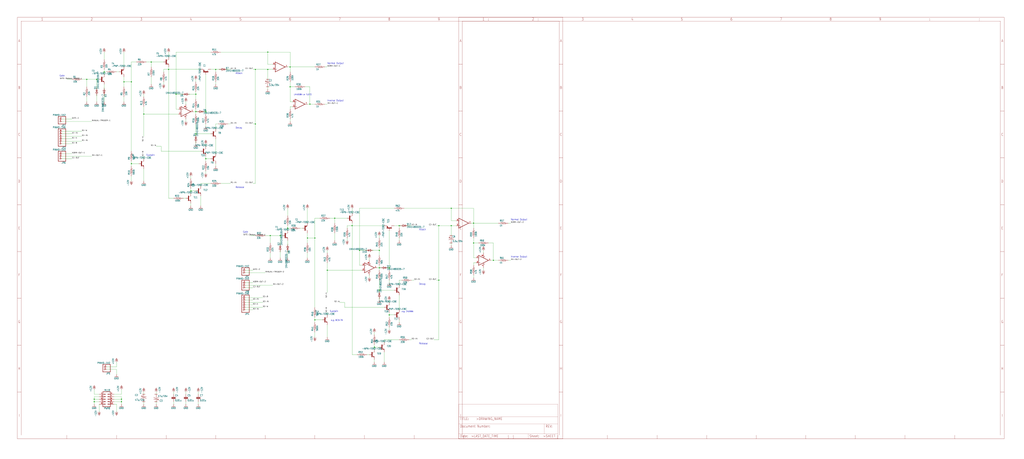
<source format=kicad_sch>
(kicad_sch (version 20211123) (generator eeschema)
  (paper "User" 1049.02 470.306)
  (junction (at 134.62 83.82))
  (junction (at 335.28 276.86))
  (junction (at 449.58 287.02))
  (junction (at 322.58 243.84))
  (junction (at 297.18 88.9))
  (junction (at 154.94 63.5))
  (junction (at 88.9 81.28))
  (junction (at 200.66 114.3))
  (junction (at 485.14 248.92))
  (junction (at 408.94 231.14))
  (junction (at 200.66 96.52))
  (junction (at 210.82 114.3))
  (junction (at 99.06 81.28))
  (junction (at 383.54 355.6))
  (junction (at 297.18 68.58))
  (junction (at 388.62 256.54))
  (junction (at 462.28 231.14))
  (junction (at 360.68 231.14))
  (junction (at 462.28 213.36))
  (junction (at 388.62 274.32))
  (junction (at 322.58 327.66))
  (junction (at 124.46 408.94))
  (junction (at 172.72 71.12))
  (junction (at 398.78 274.32))
  (junction (at 317.5 106.68))
  (junction (at 342.9 223.52))
  (junction (at 449.58 231.14))
  (junction (at 134.62 167.64))
  (junction (at 96.52 408.94))
  (junction (at 200.66 137.16))
  (junction (at 505.46 266.7))
  (junction (at 124.46 411.48))
  (junction (at 147.32 116.84))
  (junction (at 127 83.82))
  (junction (at 261.62 71.12))
  (junction (at 96.52 411.48))
  (junction (at 195.58 195.58))
  (junction (at 398.78 322.58))
  (junction (at 274.32 53.34))
  (junction (at 106.68 73.66))
  (junction (at 276.86 241.3))
  (junction (at 368.3 256.54))
  (junction (at 287.02 241.3))
  (junction (at 220.98 71.12))
  (junction (at 210.82 162.56))
  (junction (at 261.62 127))
  (junction (at 274.32 71.12))
  (junction (at 485.14 228.6))
  (junction (at 314.96 243.84))
  (junction (at 180.34 96.52))
  (junction (at 294.64 233.68))
  (junction (at 388.62 297.18))
  (wire (pts (xy 294.64 236.22) (xy 294.64 233.68)))
  (wire (pts (xy 398.78 322.58) (xy 403.86 322.58)))
  (wire (pts (xy 106.68 76.2) (xy 106.68 73.66)))
  (wire (pts (xy 444.5 347.98) (xy 449.58 347.98)))
  (wire (pts (xy 314.96 243.84) (xy 322.58 243.84)))
  (wire (pts (xy 172.72 68.58) (xy 172.72 71.12)))
  (wire (pts (xy 210.82 127) (xy 210.82 129.54)))
  (wire (pts (xy 414.02 213.36) (xy 462.28 213.36)))
  (wire (pts (xy 251.46 292.1) (xy 279.4 292.1)))
  (wire (pts (xy 342.9 246.38) (xy 342.9 238.76)))
  (wire (pts (xy 220.98 73.66) (xy 220.98 71.12)))
  (wire (pts (xy 368.3 271.78) (xy 368.3 256.54)))
  (wire (pts (xy 180.34 111.76) (xy 180.34 96.52)))
  (wire (pts (xy 119.38 375.92) (xy 119.38 370.84)))
  (wire (pts (xy 220.98 127) (xy 220.98 132.08)))
  (wire (pts (xy 134.62 167.64) (xy 134.62 165.1)))
  (wire (pts (xy 63.5 137.16) (xy 73.66 137.16)))
  (wire (pts (xy 220.98 157.48) (xy 220.98 142.24)))
  (wire (pts (xy 180.34 53.34) (xy 215.9 53.34)))
  (wire (pts (xy 408.94 287.02) (xy 408.94 292.1)))
  (wire (pts (xy 393.7 370.84) (xy 393.7 360.68)))
  (wire (pts (xy 388.62 274.32) (xy 388.62 276.86)))
  (wire (pts (xy 449.58 287.02) (xy 449.58 231.14)))
  (wire (pts (xy 322.58 243.84) (xy 322.58 314.96)))
  (wire (pts (xy 314.96 248.92) (xy 314.96 243.84)))
  (wire (pts (xy 353.06 314.96) (xy 393.7 314.96)))
  (wire (pts (xy 449.58 347.98) (xy 449.58 287.02)))
  (wire (pts (xy 134.62 185.42) (xy 134.62 180.34)))
  (wire (pts (xy 505.46 266.7) (xy 510.54 266.7)))
  (wire (pts (xy 147.32 162.56) (xy 147.32 160.02)))
  (wire (pts (xy 200.66 111.76) (xy 200.66 114.3)))
  (wire (pts (xy 116.84 403.86) (xy 124.46 403.86)))
  (wire (pts (xy 259.08 71.12) (xy 261.62 71.12)))
  (wire (pts (xy 200.66 96.52) (xy 200.66 93.98)))
  (wire (pts (xy 147.32 99.06) (xy 147.32 96.52)))
  (wire (pts (xy 160.02 414.02) (xy 160.02 411.48)))
  (wire (pts (xy 261.62 187.96) (xy 261.62 127)))
  (wire (pts (xy 398.78 236.22) (xy 398.78 274.32)))
  (wire (pts (xy 294.64 68.58) (xy 297.18 68.58)))
  (wire (pts (xy 360.68 231.14) (xy 355.6 231.14)))
  (wire (pts (xy 360.68 228.6) (xy 360.68 231.14)))
  (wire (pts (xy 398.78 322.58) (xy 398.78 320.04)))
  (wire (pts (xy 317.5 106.68) (xy 322.58 106.68)))
  (wire (pts (xy 314.96 228.6) (xy 314.96 213.36)))
  (wire (pts (xy 462.28 213.36) (xy 485.14 213.36)))
  (wire (pts (xy 172.72 58.42) (xy 172.72 53.34)))
  (wire (pts (xy 200.66 139.7) (xy 200.66 137.16)))
  (wire (pts (xy 462.28 226.06) (xy 462.28 213.36)))
  (wire (pts (xy 332.74 68.58) (xy 335.28 68.58)))
  (wire (pts (xy 462.28 251.46) (xy 462.28 248.92)))
  (wire (pts (xy 210.82 114.3) (xy 210.82 116.84)))
  (wire (pts (xy 485.14 248.92) (xy 485.14 264.16)))
  (wire (pts (xy 124.46 408.94) (xy 124.46 411.48)))
  (wire (pts (xy 487.68 269.24) (xy 485.14 269.24)))
  (wire (pts (xy 182.88 116.84) (xy 147.32 116.84)))
  (wire (pts (xy 147.32 403.86) (xy 147.32 401.32)))
  (wire (pts (xy 408.94 330.2) (xy 408.94 327.66)))
  (wire (pts (xy 487.68 264.16) (xy 485.14 264.16)))
  (wire (pts (xy 297.18 109.22) (xy 297.18 111.76)))
  (wire (pts (xy 127 83.82) (xy 134.62 83.82)))
  (wire (pts (xy 447.04 287.02) (xy 449.58 287.02)))
  (wire (pts (xy 307.34 233.68) (xy 309.88 233.68)))
  (wire (pts (xy 370.84 271.78) (xy 368.3 271.78)))
  (wire (pts (xy 419.1 347.98) (xy 421.64 347.98)))
  (wire (pts (xy 287.02 241.3) (xy 289.56 241.3)))
  (wire (pts (xy 261.62 127) (xy 261.62 71.12)))
  (wire (pts (xy 127 88.9) (xy 127 83.82)))
  (wire (pts (xy 322.58 327.66) (xy 322.58 325.12)))
  (wire (pts (xy 368.3 256.54) (xy 368.3 213.36)))
  (wire (pts (xy 208.28 114.3) (xy 210.82 114.3)))
  (wire (pts (xy 68.58 81.28) (xy 73.66 81.28)))
  (wire (pts (xy 63.5 147.32) (xy 73.66 147.32)))
  (wire (pts (xy 276.86 248.92) (xy 276.86 241.3)))
  (wire (pts (xy 449.58 231.14) (xy 462.28 231.14)))
  (wire (pts (xy 200.66 114.3) (xy 203.2 114.3)))
  (wire (pts (xy 485.14 248.92) (xy 490.22 248.92)))
  (wire (pts (xy 134.62 167.64) (xy 142.24 167.64)))
  (wire (pts (xy 408.94 317.5) (xy 408.94 302.26)))
  (wire (pts (xy 388.62 297.18) (xy 388.62 287.02)))
  (wire (pts (xy 190.5 124.46) (xy 190.5 121.92)))
  (wire (pts (xy 83.82 81.28) (xy 88.9 81.28)))
  (wire (pts (xy 378.46 284.48) (xy 378.46 281.94)))
  (wire (pts (xy 317.5 88.9) (xy 317.5 106.68)))
  (wire (pts (xy 99.06 81.28) (xy 101.6 81.28)))
  (wire (pts (xy 322.58 327.66) (xy 330.2 327.66)))
  (wire (pts (xy 147.32 172.72) (xy 147.32 185.42)))
  (wire (pts (xy 99.06 104.14) (xy 99.06 96.52)))
  (wire (pts (xy 383.54 355.6) (xy 383.54 353.06)))
  (wire (pts (xy 63.5 134.62) (xy 83.82 134.62)))
  (wire (pts (xy 160.02 149.86) (xy 165.1 149.86)))
  (wire (pts (xy 447.04 231.14) (xy 449.58 231.14)))
  (wire (pts (xy 408.94 233.68) (xy 408.94 231.14)))
  (wire (pts (xy 482.6 228.6) (xy 485.14 228.6)))
  (wire (pts (xy 396.24 274.32) (xy 398.78 274.32)))
  (wire (pts (xy 355.6 231.14) (xy 355.6 233.68)))
  (wire (pts (xy 342.9 228.6) (xy 342.9 223.52)))
  (wire (pts (xy 210.82 149.86) (xy 210.82 147.32)))
  (wire (pts (xy 96.52 411.48) (xy 96.52 414.02)))
  (wire (pts (xy 416.56 231.14) (xy 421.64 231.14)))
  (wire (pts (xy 220.98 86.36) (xy 220.98 83.82)))
  (wire (pts (xy 147.32 116.84) (xy 147.32 109.22)))
  (wire (pts (xy 398.78 325.12) (xy 398.78 322.58)))
  (wire (pts (xy 274.32 66.04) (xy 274.32 53.34)))
  (wire (pts (xy 312.42 88.9) (xy 317.5 88.9)))
  (wire (pts (xy 63.5 162.56) (xy 73.66 162.56)))
  (wire (pts (xy 215.9 71.12) (xy 220.98 71.12)))
  (wire (pts (xy 251.46 312.42) (xy 259.08 312.42)))
  (wire (pts (xy 124.46 406.4) (xy 116.84 406.4)))
  (wire (pts (xy 101.6 408.94) (xy 96.52 408.94)))
  (wire (pts (xy 408.94 246.38) (xy 408.94 243.84)))
  (wire (pts (xy 383.54 358.14) (xy 383.54 355.6)))
  (wire (pts (xy 462.28 226.06) (xy 467.36 226.06)))
  (wire (pts (xy 388.62 307.34) (xy 388.62 304.8)))
  (wire (pts (xy 119.38 73.66) (xy 121.92 73.66)))
  (wire (pts (xy 195.58 198.12) (xy 195.58 195.58)))
  (wire (pts (xy 335.28 299.72) (xy 335.28 276.86)))
  (wire (pts (xy 63.5 157.48) (xy 73.66 157.48)))
  (wire (pts (xy 200.66 114.3) (xy 200.66 116.84)))
  (wire (pts (xy 172.72 71.12) (xy 167.64 71.12)))
  (wire (pts (xy 388.62 271.78) (xy 388.62 274.32)))
  (wire (pts (xy 147.32 414.02) (xy 147.32 411.48)))
  (wire (pts (xy 398.78 274.32) (xy 398.78 276.86)))
  (wire (pts (xy 88.9 88.9) (xy 88.9 81.28)))
  (wire (pts (xy 297.18 68.58) (xy 297.18 73.66)))
  (wire (pts (xy 297.18 68.58) (xy 322.58 68.58)))
  (wire (pts (xy 495.3 274.32) (xy 495.3 276.86)))
  (wire (pts (xy 200.66 147.32) (xy 200.66 144.78)))
  (wire (pts (xy 279.4 71.12) (xy 274.32 71.12)))
  (wire (pts (xy 182.88 111.76) (xy 180.34 111.76)))
  (wire (pts (xy 106.68 91.44) (xy 106.68 86.36)))
  (wire (pts (xy 210.82 162.56) (xy 210.82 160.02)))
  (wire (pts (xy 276.86 241.3) (xy 287.02 241.3)))
  (wire (pts (xy 502.92 266.7) (xy 505.46 266.7)))
  (wire (pts (xy 200.66 195.58) (xy 195.58 195.58)))
  (wire (pts (xy 96.52 403.86) (xy 101.6 403.86)))
  (wire (pts (xy 215.9 137.16) (xy 200.66 137.16)))
  (wire (pts (xy 347.98 309.88) (xy 353.06 309.88)))
  (wire (pts (xy 297.18 88.9) (xy 297.18 104.14)))
  (wire (pts (xy 276.86 264.16) (xy 276.86 259.08)))
  (wire (pts (xy 106.68 60.96) (xy 106.68 53.34)))
  (wire (pts (xy 198.12 114.3) (xy 200.66 114.3)))
  (wire (pts (xy 134.62 83.82) (xy 134.62 63.5)))
  (wire (pts (xy 124.46 414.02) (xy 124.46 411.48)))
  (wire (pts (xy 251.46 276.86) (xy 259.08 276.86)))
  (wire (pts (xy 177.8 403.86) (xy 177.8 401.32)))
  (wire (pts (xy 205.74 190.5) (xy 205.74 187.96)))
  (wire (pts (xy 393.7 347.98) (xy 408.94 347.98)))
  (wire (pts (xy 360.68 218.44) (xy 360.68 213.36)))
  (wire (pts (xy 383.54 342.9) (xy 383.54 340.36)))
  (wire (pts (xy 109.22 378.46) (xy 119.38 378.46)))
  (wire (pts (xy 116.84 414.02) (xy 119.38 414.02)))
  (wire (pts (xy 335.28 259.08) (xy 335.28 256.54)))
  (wire (pts (xy 251.46 304.8) (xy 269.24 304.8)))
  (wire (pts (xy 172.72 71.12) (xy 205.74 71.12)))
  (wire (pts (xy 236.22 127) (xy 233.68 127)))
  (wire (pts (xy 259.08 187.96) (xy 261.62 187.96)))
  (wire (pts (xy 337.82 223.52) (xy 342.9 223.52)))
  (wire (pts (xy 251.46 289.56) (xy 259.08 289.56)))
  (wire (pts (xy 297.18 88.9) (xy 302.26 88.9)))
  (wire (pts (xy 251.46 309.88) (xy 269.24 309.88)))
  (wire (pts (xy 251.46 314.96) (xy 269.24 314.96)))
  (wire (pts (xy 378.46 266.7) (xy 378.46 264.16)))
  (wire (pts (xy 322.58 223.52) (xy 327.66 223.52)))
  (wire (pts (xy 205.74 210.82) (xy 205.74 200.66)))
  (wire (pts (xy 403.86 231.14) (xy 408.94 231.14)))
  (wire (pts (xy 393.7 350.52) (xy 393.7 347.98)))
  (wire (pts (xy 165.1 154.94) (xy 205.74 154.94)))
  (wire (pts (xy 360.68 231.14) (xy 360.68 363.22)))
  (wire (pts (xy 96.52 406.4) (xy 96.52 408.94)))
  (wire (pts (xy 195.58 195.58) (xy 195.58 193.04)))
  (wire (pts (xy 314.96 264.16) (xy 314.96 259.08)))
  (wire (pts (xy 63.5 124.46) (xy 93.98 124.46)))
  (wire (pts (xy 124.46 411.48) (xy 116.84 411.48)))
  (wire (pts (xy 322.58 330.2) (xy 322.58 327.66)))
  (wire (pts (xy 190.5 403.86) (xy 190.5 401.32)))
  (wire (pts (xy 200.66 83.82) (xy 200.66 81.28)))
  (wire (pts (xy 187.96 203.2) (xy 190.5 203.2)))
  (wire (pts (xy 88.9 104.14) (xy 88.9 99.06)))
  (wire (pts (xy 287.02 251.46) (xy 287.02 241.3)))
  (wire (pts (xy 119.38 414.02) (xy 119.38 421.64)))
  (wire (pts (xy 386.08 274.32) (xy 388.62 274.32)))
  (wire (pts (xy 370.84 276.86) (xy 335.28 276.86)))
  (wire (pts (xy 96.52 398.78) (xy 96.52 403.86)))
  (wire (pts (xy 116.84 408.94) (xy 124.46 408.94)))
  (wire (pts (xy 180.34 96.52) (xy 187.96 96.52)))
  (wire (pts (xy 127 68.58) (xy 127 53.34)))
  (wire (pts (xy 193.04 96.52) (xy 200.66 96.52)))
  (wire (pts (xy 467.36 231.14) (xy 462.28 231.14)))
  (wire (pts (xy 274.32 81.28) (xy 274.32 71.12)))
  (wire (pts (xy 294.64 233.68) (xy 297.18 233.68)))
  (wire (pts (xy 63.5 144.78) (xy 83.82 144.78)))
  (wire (pts (xy 520.7 228.6) (xy 523.24 228.6)))
  (wire (pts (xy 485.14 284.48) (xy 485.14 281.94)))
  (wire (pts (xy 127 83.82) (xy 127 78.74)))
  (wire (pts (xy 210.82 165.1) (xy 210.82 162.56)))
  (wire (pts (xy 314.96 243.84) (xy 314.96 238.76)))
  (wire (pts (xy 223.52 127) (xy 220.98 127)))
  (wire (pts (xy 274.32 66.04) (xy 279.4 66.04)))
  (wire (pts (xy 332.74 106.68) (xy 335.28 106.68)))
  (wire (pts (xy 195.58 182.88) (xy 195.58 180.34)))
  (wire (pts (xy 226.06 53.34) (xy 274.32 53.34)))
  (wire (pts (xy 398.78 309.88) (xy 398.78 307.34)))
  (wire (pts (xy 200.66 101.6) (xy 200.66 96.52)))
  (wire (pts (xy 294.64 233.68) (xy 294.64 231.14)))
  (wire (pts (xy 190.5 106.68) (xy 190.5 104.14)))
  (wire (pts (xy 335.28 322.58) (xy 335.28 320.04)))
  (wire (pts (xy 353.06 309.88) (xy 353.06 314.96)))
  (wire (pts (xy 381 256.54) (xy 388.62 256.54)))
  (wire (pts (xy 63.5 139.7) (xy 83.82 139.7)))
  (wire (pts (xy 297.18 53.34) (xy 297.18 68.58)))
  (wire (pts (xy 485.14 213.36) (xy 485.14 228.6)))
  (wire (pts (xy 106.68 73.66) (xy 109.22 73.66)))
  (wire (pts (xy 154.94 63.5) (xy 167.64 63.5)))
  (wire (pts (xy 355.6 246.38) (xy 355.6 243.84)))
  (wire (pts (xy 294.64 220.98) (xy 294.64 213.36)))
  (wire (pts (xy 297.18 83.82) (xy 297.18 88.9)))
  (wire (pts (xy 172.72 71.12) (xy 172.72 203.2)))
  (wire (pts (xy 165.1 149.86) (xy 165.1 154.94)))
  (wire (pts (xy 294.64 251.46) (xy 294.64 246.38)))
  (wire (pts (xy 106.68 73.66) (xy 106.68 71.12)))
  (wire (pts (xy 360.68 363.22) (xy 365.76 363.22)))
  (wire (pts (xy 462.28 241.3) (xy 462.28 231.14)))
  (wire (pts (xy 203.2 414.02) (xy 203.2 411.48)))
  (wire (pts (xy 368.3 256.54) (xy 375.92 256.54)))
  (wire (pts (xy 167.64 71.12) (xy 167.64 73.66)))
  (wire (pts (xy 134.62 63.5) (xy 139.7 63.5)))
  (wire (pts (xy 408.94 231.14) (xy 411.48 231.14)))
  (wire (pts (xy 149.86 63.5) (xy 154.94 63.5)))
  (wire (pts (xy 172.72 203.2) (xy 177.8 203.2)))
  (wire (pts (xy 388.62 256.54) (xy 388.62 254)))
  (wire (pts (xy 101.6 406.4) (xy 96.52 406.4)))
  (wire (pts (xy 256.54 241.3) (xy 261.62 241.3)))
  (wire (pts (xy 251.46 307.34) (xy 259.08 307.34)))
  (wire (pts (xy 231.14 71.12) (xy 236.22 71.12)))
  (wire (pts (xy 495.3 259.08) (xy 495.3 256.54)))
  (wire (pts (xy 274.32 53.34) (xy 297.18 53.34)))
  (wire (pts (xy 297.18 104.14) (xy 299.72 104.14)))
  (wire (pts (xy 322.58 345.44) (xy 322.58 340.36)))
  (wire (pts (xy 485.14 228.6) (xy 485.14 233.68)))
  (wire (pts (xy 271.78 241.3) (xy 276.86 241.3)))
  (wire (pts (xy 63.5 121.92) (xy 73.66 121.92)))
  (wire (pts (xy 210.82 162.56) (xy 215.9 162.56)))
  (wire (pts (xy 220.98 170.18) (xy 220.98 167.64)))
  (wire (pts (xy 127 104.14) (xy 127 99.06)))
  (wire (pts (xy 124.46 403.86) (xy 124.46 398.78)))
  (wire (pts (xy 96.52 408.94) (xy 96.52 411.48)))
  (wire (pts (xy 63.5 160.02) (xy 93.98 160.02)))
  (wire (pts (xy 210.82 177.8) (xy 210.82 175.26)))
  (wire (pts (xy 190.5 414.02) (xy 190.5 411.48)))
  (wire (pts (xy 195.58 210.82) (xy 195.58 208.28)))
  (wire (pts (xy 226.06 187.96) (xy 236.22 187.96)))
  (wire (pts (xy 220.98 71.12) (xy 226.06 71.12)))
  (wire (pts (xy 124.46 408.94) (xy 124.46 406.4)))
  (wire (pts (xy 160.02 403.86) (xy 160.02 401.32)))
  (wire (pts (xy 360.68 231.14) (xy 393.7 231.14)))
  (wire (pts (xy 342.9 223.52) (xy 355.6 223.52)))
  (wire (pts (xy 505.46 248.92) (xy 505.46 266.7)))
  (wire (pts (xy 210.82 76.2) (xy 210.82 114.3)))
  (wire (pts (xy 485.14 269.24) (xy 485.14 271.78)))
  (wire (pts (xy 322.58 243.84) (xy 322.58 223.52)))
  (wire (pts (xy 251.46 279.4) (xy 271.78 279.4)))
  (wire (pts (xy 398.78 337.82) (xy 398.78 335.28)))
  (wire (pts (xy 403.86 297.18) (xy 388.62 297.18)))
  (wire (pts (xy 375.92 363.22) (xy 378.46 363.22)))
  (wire (pts (xy 287.02 264.16) (xy 287.02 256.54)))
  (wire (pts (xy 63.5 142.24) (xy 73.66 142.24)))
  (wire (pts (xy 261.62 71.12) (xy 274.32 71.12)))
  (wire (pts (xy 154.94 86.36) (xy 154.94 78.74)))
  (wire (pts (xy 398.78 287.02) (xy 398.78 289.56)))
  (wire (pts (xy 154.94 68.58) (xy 154.94 63.5)))
  (wire (pts (xy 388.62 274.32) (xy 391.16 274.32)))
  (wire (pts (xy 388.62 355.6) (xy 383.54 355.6)))
  (wire (pts (xy 147.32 139.7) (xy 147.32 116.84)))
  (wire (pts (xy 99.06 91.44) (xy 99.06 81.28)))
  (wire (pts (xy 180.34 96.52) (xy 180.34 53.34)))
  (wire (pts (xy 134.62 170.18) (xy 134.62 167.64)))
  (wire (pts (xy 200.66 137.16) (xy 200.66 127)))
  (wire (pts (xy 500.38 248.92) (xy 505.46 248.92)))
  (wire (pts (xy 134.62 83.82) (xy 134.62 154.94)))
  (wire (pts (xy 314.96 106.68) (xy 317.5 106.68)))
  (wire (pts (xy 485.14 243.84) (xy 485.14 248.92)))
  (wire (pts (xy 205.74 187.96) (xy 215.9 187.96)))
  (wire (pts (xy 388.62 261.62) (xy 388.62 256.54)))
  (wire (pts (xy 259.08 127) (xy 261.62 127)))
  (wire (pts (xy 294.64 264.16) (xy 294.64 256.54)))
  (wire (pts (xy 167.64 86.36) (xy 167.64 83.82)))
  (wire (pts (xy 520.7 266.7) (xy 523.24 266.7)))
  (wire (pts (xy 101.6 411.48) (xy 96.52 411.48)))
  (wire (pts (xy 101.6 421.64) (xy 101.6 414.02)))
  (wire (pts (xy 299.72 109.22) (xy 297.18 109.22)))
  (wire (pts (xy 335.28 332.74) (xy 335.28 345.44)))
  (wire (pts (xy 251.46 294.64) (xy 259.08 294.64)))
  (wire (pts (xy 383.54 370.84) (xy 383.54 368.3)))
  (wire (pts (xy 368.3 213.36) (xy 403.86 213.36)))
  (wire (pts (xy 388.62 243.84) (xy 388.62 241.3)))
  (wire (pts (xy 485.14 228.6) (xy 510.54 228.6)))
  (wire (pts (xy 203.2 403.86) (xy 203.2 401.32)))
  (wire (pts (xy 335.28 276.86) (xy 335.28 269.24)))
  (wire (pts (xy 119.38 378.46) (xy 119.38 383.54)))
  (wire (pts (xy 109.22 375.92) (xy 119.38 375.92)))
  (wire (pts (xy 424.18 287.02) (xy 421.64 287.02)))
  (wire (pts (xy 274.32 91.44) (xy 274.32 88.9)))
  (wire (pts (xy 411.48 287.02) (xy 408.94 287.02)))
  (wire (pts (xy 177.8 414.02) (xy 177.8 411.48)))
  (wire (pts (xy 106.68 104.14) (xy 106.68 96.52)))
  (wire (pts (xy 88.9 81.28) (xy 99.06 81.28)))
  (wire (pts (xy 251.46 317.5) (xy 259.08 317.5)))
  (wire (pts (xy 297.18 124.46) (xy 297.18 121.92)))
  (wire (pts (xy 388.62 299.72) (xy 388.62 297.18)))
  (text "Attack" (at 429.26 236.22 180) (effects (font (size 1.778 1.5113)) (justify left bottom)))
  (text "e.g. 2N3906" (at 411.48 320.04 0) (effects (font (size 1.27 1.27)) (justify left bottom)))
  (text "Decay" (at 241.3 132.08 180) (effects (font (size 1.778 1.5113)) (justify left bottom)))
  (text "Normal Output" (at 523.24 226.06 180) (effects (font (size 1.778 1.5113)) (justify left bottom)))
  (text "Attack" (at 241.3 76.2 180) (effects (font (size 1.778 1.5113)) (justify left bottom)))
  (text "Sustain" (at 337.82 320.04 180) (effects (font (size 1.778 1.5113)) (justify left bottom)))
  (text "Inverse Output" (at 335.28 104.14 180) (effects (font (size 1.778 1.5113)) (justify left bottom)))
  (text "Release" (at 429.26 353.06 180) (effects (font (size 1.778 1.5113)) (justify left bottom)))
  (text "Normal Output" (at 335.28 66.04 180) (effects (font (size 1.778 1.5113)) (justify left bottom)))
  (text "LM4558N or TL072" (at 300.99 97.79 0) (effects (font (size 1.27 1.27)) (justify left bottom)))
  (text "Sustain" (at 149.86 160.02 180) (effects (font (size 1.778 1.5113)) (justify left bottom)))
  (text "Release" (at 241.3 193.04 180) (effects (font (size 1.778 1.5113)) (justify left bottom)))
  (text "Gate" (at 248.92 238.76 180) (effects (font (size 1.778 1.5113)) (justify left bottom)))
  (text "e.g. BC547B" (at 339.09 328.93 0) (effects (font (size 1.27 1.27)) (justify left bottom)))
  (text "Gate" (at 60.96 78.74 180) (effects (font (size 1.778 1.5113)) (justify left bottom)))
  (text "Decay" (at 429.26 292.1 180) (effects (font (size 1.778 1.5113)) (justify left bottom)))
  (text "Inverse Output" (at 523.24 264.16 180) (effects (font (size 1.778 1.5113)) (justify left bottom)))
  (label "NORM-OUT-2" (at 259.08 289.56 0) (effects (font (size 1.2446 1.2446))))
  (label "S2-W" (at 347.98 309.88 180) (effects (font (size 1.2446 1.2446))))
  (label "S1-W" (at 83.82 134.62 0) (effects (font (size 1.2446 1.2446))))
  (label "A2-IN" (at 421.64 231.14 0) (effects (font (size 1.2446 1.2446))))
  (label "C2-OUT" (at 444.5 347.98 180) (effects (font (size 1.2446 1.2446))))
  (label "R2-IN" (at 421.64 347.98 0) (effects (font (size 1.2446 1.2446))))
  (label "INV-OUT-2" (at 523.24 266.7 0) (effects (font (size 1.2446 1.2446))))
  (label "D2-IN" (at 269.24 309.88 0) (effects (font (size 1.2446 1.2446))))
  (label "MANUAL-TRIGGER-1" (at 83.82 81.28 180) (effects (font (size 1.016 1.016))))
  (label "INV-OUT-1" (at 335.28 106.68 0) (effects (font (size 1.2446 1.2446))))
  (label "S2-B" (at 335.28 320.04 90) (effects (font (size 1.2446 1.2446))))
  (label "GATE-2" (at 256.54 241.3 180) (effects (font (size 1.2446 1.2446))))
  (label "NORM-OUT-2" (at 523.24 228.6 0) (effects (font (size 1.2446 1.2446))))
  (label "S1-W" (at 160.02 149.86 180) (effects (font (size 1.2446 1.2446))))
  (label "S1-A" (at 147.32 139.7 270) (effects (font (size 1.2446 1.2446))))
  (label "C2-OUT" (at 447.04 231.14 180) (effects (font (size 1.2446 1.2446))))
  (label "R2-IN" (at 259.08 317.5 0) (effects (font (size 1.2446 1.2446))))
  (label "A2-IN" (at 259.08 307.34 0) (effects (font (size 1.2446 1.2446))))
  (label "S2-A" (at 335.28 299.72 270) (effects (font (size 1.2446 1.2446))))
  (label "S1-B" (at 73.66 147.32 0) (effects (font (size 1.2446 1.2446))))
  (label "INV-OUT-2" (at 279.4 292.1 0) (effects (font (size 1.2446 1.2446))))
  (label "C2-OUT" (at 259.08 294.64 0) (effects (font (size 1.2446 1.2446))))
  (label "NORM-OUT-1" (at 73.66 157.48 0) (effects (font (size 1.2446 1.2446))))
  (label "C1-OUT" (at 259.08 71.12 180) (effects (font (size 1.2446 1.2446))))
  (label "C2-OUT" (at 447.04 287.02 180) (effects (font (size 1.2446 1.2446))))
  (label "S2-B" (at 269.24 304.8 0) (effects (font (size 1.2446 1.2446))))
  (label "GATE-1" (at 73.66 121.92 0) (effects (font (size 1.2446 1.2446))))
  (label "NORM-OUT-1" (at 335.28 68.58 0) (effects (font (size 1.2446 1.2446))))
  (label "MANUAL-TRIGGER-2" (at 271.78 241.3 180) (effects (font (size 1.016 1.016))))
  (label "A1-IN" (at 236.22 71.12 0) (effects (font (size 1.2446 1.2446))))
  (label "S2-A" (at 259.08 312.42 0) (effects (font (size 1.2446 1.2446))))
  (label "S2-W" (at 269.24 314.96 0) (effects (font (size 1.2446 1.2446))))
  (label "C1-OUT" (at 259.08 187.96 180) (effects (font (size 1.2446 1.2446))))
  (label "D1-IN" (at 236.22 127 0) (effects (font (size 1.2446 1.2446))))
  (label "C1-OUT" (at 259.08 127 180) (effects (font (size 1.2446 1.2446))))
  (label "A1-IN" (at 73.66 137.16 0) (effects (font (size 1.2446 1.2446))))
  (label "INV-OUT-1" (at 93.98 160.02 0) (effects (font (size 1.2446 1.2446))))
  (label "D1-IN" (at 83.82 139.7 0) (effects (font (size 1.2446 1.2446))))
  (label "C1-OUT" (at 73.66 162.56 0) (effects (font (size 1.2446 1.2446))))
  (label "MANUAL-TRIGGER-1" (at 93.98 124.46 0) (effects (font (size 1.2446 1.2446))))
  (label "D2-IN" (at 424.18 287.02 0) (effects (font (size 1.2446 1.2446))))
  (label "R1-IN" (at 83.82 144.78 0) (effects (font (size 1.2446 1.2446))))
  (label "GATE-1" (at 68.58 81.28 180) (effects (font (size 1.2446 1.2446))))
  (label "R1-IN" (at 236.22 187.96 0) (effects (font (size 1.2446 1.2446))))
  (label "S1-A" (at 73.66 142.24 0) (effects (font (size 1.2446 1.2446))))
  (label "GATE-2" (at 259.08 276.86 0) (effects (font (size 1.2446 1.2446))))
  (label "MANUAL-TRIGGER-2" (at 271.78 279.4 0) (effects (font (size 1.2446 1.2446))))
  (label "S1-B" (at 147.32 160.02 90) (effects (font (size 1.2446 1.2446))))
  (symbol (lib_id "mainboard-eagle-import:+12V") (at 210.82 144.78 0) (unit 1)
    (property "Reference" "#P+7" (effects hide))
    (property "Value" "+12V" (at 208.28 149.86 90) (effects (font (size 1.778 1.5113)) (justify left bottom)))
    (property "Footprint" "mainboard:" (effects hide))
  )
  (symbol (lib_id "mainboard-eagle-import:R-US_0204{slash}7") (at 398.78 330.2 90) (unit 1)
    (property "Reference" "R52" (at 397.2814 334.01 0) (effects (font (size 1.778 1.5113)) (justify left bottom)))
    (property "Value" "15k" (at 402.082 334.01 0) (effects (font (size 1.778 1.5113)) (justify left bottom)))
    (property "Footprint" "mainboard:0204_7" (effects hide))
  )
  (symbol (lib_id "mainboard-eagle-import:R-US_0204{slash}7") (at 167.64 78.74 90) (unit 1)
    (property "Reference" "R8" (at 166.1414 82.55 0) (effects (font (size 1.778 1.5113)) (justify left bottom)))
    (property "Value" "47k" (at 170.942 82.55 0) (effects (font (size 1.778 1.5113)) (justify left bottom)))
    (property "Footprint" "mainboard:0204_7" (effects hide))
  )
  (symbol (lib_id "mainboard-eagle-import:1N4148DO35-7") (at 388.62 302.26 90) (unit 1)
    (property "Reference" "D9" (at 388.1374 299.72 0) (effects (font (size 1.778 1.5113)) (justify left bottom)))
    (property "Value" "1N4148DO35-7" (at 390.9314 299.72 0) (effects (font (size 1.778 1.5113)) (justify left bottom)))
    (property "Footprint" "mainboard:DO35-7" (effects hide))
  )
  (symbol (lib_id "mainboard-eagle-import:PINHD-1X2") (at 248.92 276.86 180) (unit 1)
    (property "Reference" "JP1" (at 255.27 282.575 0) (effects (font (size 1.778 1.5113)) (justify left bottom)))
    (property "Value" "PINHD-1X2" (at 255.27 271.78 0) (effects (font (size 1.778 1.5113)) (justify left bottom)))
    (property "Footprint" "mainboard:1X02" (effects hide))
  )
  (symbol (lib_id "mainboard-eagle-import:R-US_0204{slash}7") (at 276.86 254 90) (unit 1)
    (property "Reference" "R33" (at 275.3614 257.81 0) (effects (font (size 1.778 1.5113)) (justify left bottom)))
    (property "Value" "22k" (at 280.162 257.81 0) (effects (font (size 1.778 1.5113)) (justify left bottom)))
    (property "Footprint" "mainboard:0204_7" (effects hide))
  )
  (symbol (lib_id "mainboard-eagle-import:FRAME_C_L") (at 17.78 449.58 0) (unit 1)
    (property "Reference" "#FRAME1" (effects hide))
    (property "Value" "FRAME_C_L" (effects hide))
    (property "Footprint" "mainboard:" (effects hide))
  )
  (symbol (lib_id "mainboard-eagle-import:-12V") (at 134.62 187.96 0) (unit 1)
    (property "Reference" "#P-3" (effects hide))
    (property "Value" "-12V" (at 132.08 190.5 90) (effects (font (size 1.778 1.5113)) (justify left bottom)))
    (property "Footprint" "mainboard:" (effects hide))
  )
  (symbol (lib_id "mainboard-eagle-import:+12V") (at 190.5 101.6 0) (unit 1)
    (property "Reference" "#P+5" (effects hide))
    (property "Value" "+12V" (at 187.96 106.68 90) (effects (font (size 1.778 1.5113)) (justify left bottom)))
    (property "Footprint" "mainboard:" (effects hide))
  )
  (symbol (lib_id "mainboard-eagle-import:R-US_0204{slash}7") (at 335.28 264.16 90) (unit 1)
    (property "Reference" "R43" (at 333.7814 267.97 0) (effects (font (size 1.778 1.5113)) (justify left bottom)))
    (property "Value" "47k" (at 338.582 267.97 0) (effects (font (size 1.778 1.5113)) (justify left bottom)))
    (property "Footprint" "mainboard:0204_7" (effects hide))
  )
  (symbol (lib_id "mainboard-eagle-import:-PNP-TO92-EBC") (at 218.44 162.56 0) (unit 1)
    (property "Reference" "T9" (at 215.9 167.64 0) (effects (font (size 1.778 1.5113)) (justify left bottom)))
    (property "Value" "-PNP-TO92-EBC" (at 208.28 157.48 0) (effects (font (size 1.778 1.5113)) (justify left bottom)))
    (property "Footprint" "mainboard:TO92-EBC" (effects hide))
  )
  (symbol (lib_id "mainboard-eagle-import:+12V") (at 335.28 254 0) (unit 1)
    (property "Reference" "#P+17" (effects hide))
    (property "Value" "+12V" (at 332.74 259.08 90) (effects (font (size 1.778 1.5113)) (justify left bottom)))
    (property "Footprint" "mainboard:" (effects hide))
  )
  (symbol (lib_id "mainboard-eagle-import:-NPN-TO92-CBE") (at 358.14 223.52 0) (unit 1)
    (property "Reference" "T13" (at 347.98 215.9 0) (effects (font (size 1.778 1.5113)) (justify left bottom)))
    (property "Value" "-NPN-TO92-CBE" (at 347.98 218.44 0) (effects (font (size 1.778 1.5113)) (justify left bottom)))
    (property "Footprint" "mainboard:TO92-CBE" (effects hide))
  )
  (symbol (lib_id "mainboard-eagle-import:1N4148DO35-7") (at 205.74 114.3 0) (unit 1)
    (property "Reference" "D6" (at 208.28 113.8174 0) (effects (font (size 1.778 1.5113)) (justify left bottom)))
    (property "Value" "1N4148DO35-7" (at 208.28 116.6114 0) (effects (font (size 1.778 1.5113)) (justify left bottom)))
    (property "Footprint" "mainboard:DO35-7" (effects hide))
  )
  (symbol (lib_id "mainboard-eagle-import:GND") (at 154.94 88.9 0) (unit 1)
    (property "Reference" "#GND5" (effects hide))
    (property "Value" "GND" (at 152.4 91.44 0) (effects (font (size 1.778 1.5113)) (justify left bottom)))
    (property "Footprint" "mainboard:" (effects hide))
  )
  (symbol (lib_id "mainboard-eagle-import:+12V") (at 195.58 177.8 0) (unit 1)
    (property "Reference" "#P+8" (effects hide))
    (property "Value" "+12V" (at 193.04 182.88 90) (effects (font (size 1.778 1.5113)) (justify left bottom)))
    (property "Footprint" "mainboard:" (effects hide))
  )
  (symbol (lib_id "mainboard-eagle-import:GND") (at 335.28 347.98 0) (unit 1)
    (property "Reference" "#GND25" (effects hide))
    (property "Value" "GND" (at 332.74 350.52 0) (effects (font (size 1.778 1.5113)) (justify left bottom)))
    (property "Footprint" "mainboard:" (effects hide))
  )
  (symbol (lib_id "mainboard-eagle-import:R-US_0204{slash}7") (at 134.62 175.26 90) (unit 1)
    (property "Reference" "R10" (at 133.1214 179.07 0) (effects (font (size 1.778 1.5113)) (justify left bottom)))
    (property "Value" "560k" (at 137.922 179.07 0) (effects (font (size 1.778 1.5113)) (justify left bottom)))
    (property "Footprint" "mainboard:0204_7" (effects hide))
  )
  (symbol (lib_id "mainboard-eagle-import:1N4148DO35-7") (at 106.68 93.98 270) (unit 1)
    (property "Reference" "D3" (at 107.1626 96.52 0) (effects (font (size 1.778 1.5113)) (justify left bottom)))
    (property "Value" "1N4148DO35-7" (at 104.3686 96.52 0) (effects (font (size 1.778 1.5113)) (justify left bottom)))
    (property "Footprint" "mainboard:DO35-7" (effects hide))
  )
  (symbol (lib_id "mainboard-eagle-import:GND") (at 99.06 106.68 0) (unit 1)
    (property "Reference" "#GND2" (effects hide))
    (property "Value" "GND" (at 96.52 109.22 0) (effects (font (size 1.778 1.5113)) (justify left bottom)))
    (property "Footprint" "mainboard:" (effects hide))
  )
  (symbol (lib_id "mainboard-eagle-import:GND") (at 160.02 416.56 0) (unit 1)
    (property "Reference" "#GND18" (effects hide))
    (property "Value" "GND" (at 157.48 419.1 0) (effects (font (size 1.778 1.5113)) (justify left bottom)))
    (property "Footprint" "mainboard:" (effects hide))
  )
  (symbol (lib_id "mainboard-eagle-import:GND") (at 127 106.68 0) (unit 1)
    (property "Reference" "#GND4" (effects hide))
    (property "Value" "GND" (at 124.46 109.22 0) (effects (font (size 1.778 1.5113)) (justify left bottom)))
    (property "Footprint" "mainboard:" (effects hide))
  )
  (symbol (lib_id "mainboard-eagle-import:GND") (at 177.8 416.56 0) (unit 1)
    (property "Reference" "#GND15" (effects hide))
    (property "Value" "GND" (at 175.26 419.1 0) (effects (font (size 1.778 1.5113)) (justify left bottom)))
    (property "Footprint" "mainboard:" (effects hide))
  )
  (symbol (lib_id "mainboard-eagle-import:GND") (at 342.9 248.92 0) (unit 1)
    (property "Reference" "#GND24" (effects hide))
    (property "Value" "GND" (at 340.36 251.46 0) (effects (font (size 1.778 1.5113)) (justify left bottom)))
    (property "Footprint" "mainboard:" (effects hide))
  )
  (symbol (lib_id "mainboard-eagle-import:+12V") (at 398.78 304.8 0) (unit 1)
    (property "Reference" "#P+20" (effects hide))
    (property "Value" "+12V" (at 396.24 309.88 90) (effects (font (size 1.778 1.5113)) (justify left bottom)))
    (property "Footprint" "mainboard:" (effects hide))
  )
  (symbol (lib_id "mainboard-eagle-import:4558N") (at 287.02 68.58 0) (mirror x) (unit 2)
    (property "Reference" "IC1" (effects hide))
    (property "Value" "4558N" (effects hide))
    (property "Footprint" "mainboard:DIL08" (effects hide))
  )
  (symbol (lib_id "mainboard-eagle-import:-12V") (at 160.02 398.78 180) (unit 1)
    (property "Reference" "#P-8" (effects hide))
    (property "Value" "-12V" (at 162.56 396.24 90) (effects (font (size 1.778 1.5113)) (justify left bottom)))
    (property "Footprint" "mainboard:" (effects hide))
  )
  (symbol (lib_id "mainboard-eagle-import:C-EU025-024X044") (at 190.5 406.4 0) (unit 1)
    (property "Reference" "C5" (at 192.024 406.019 0) (effects (font (size 1.778 1.5113)) (justify left bottom)))
    (property "Value" "0.01u" (at 192.024 411.099 0) (effects (font (size 1.778 1.5113)) (justify left bottom)))
    (property "Footprint" "mainboard:C025-024X044" (effects hide))
  )
  (symbol (lib_id "mainboard-eagle-import:R-US_0204{slash}7") (at 388.62 248.92 90) (unit 1)
    (property "Reference" "R45" (at 387.1214 252.73 0) (effects (font (size 1.778 1.5113)) (justify left bottom)))
    (property "Value" "22k" (at 391.922 252.73 0) (effects (font (size 1.778 1.5113)) (justify left bottom)))
    (property "Footprint" "mainboard:0204_7" (effects hide))
  )
  (symbol (lib_id "mainboard-eagle-import:GND") (at 220.98 172.72 0) (unit 1)
    (property "Reference" "#GND10" (effects hide))
    (property "Value" "GND" (at 218.44 175.26 0) (effects (font (size 1.778 1.5113)) (justify left bottom)))
    (property "Footprint" "mainboard:" (effects hide))
  )
  (symbol (lib_id "mainboard-eagle-import:+12V") (at 106.68 50.8 0) (unit 1)
    (property "Reference" "#P+1" (effects hide))
    (property "Value" "+12V" (at 104.14 55.88 90) (effects (font (size 1.778 1.5113)) (justify left bottom)))
    (property "Footprint" "mainboard:" (effects hide))
  )
  (symbol (lib_id "mainboard-eagle-import:4558N") (at 190.5 114.3 0) (unit 1)
    (property "Reference" "IC1" (effects hide))
    (property "Value" "4558N" (effects hide))
    (property "Footprint" "mainboard:DIL08" (effects hide))
  )
  (symbol (lib_id "mainboard-eagle-import:R-US_0204{slash}7") (at 332.74 223.52 0) (unit 1)
    (property "Reference" "R37" (at 328.93 222.0214 0) (effects (font (size 1.778 1.5113)) (justify left bottom)))
    (property "Value" "22k" (at 328.93 226.822 0) (effects (font (size 1.778 1.5113)) (justify left bottom)))
    (property "Footprint" "mainboard:0204_7" (effects hide))
  )
  (symbol (lib_id "mainboard-eagle-import:GND") (at 388.62 309.88 0) (unit 1)
    (property "Reference" "#GND28" (effects hide))
    (property "Value" "GND" (at 386.08 312.42 0) (effects (font (size 1.778 1.5113)) (justify left bottom)))
    (property "Footprint" "mainboard:" (effects hide))
  )
  (symbol (lib_id "mainboard-eagle-import:-NPN-TO92-CBE") (at 218.44 137.16 0) (unit 1)
    (property "Reference" "T8" (at 223.52 137.16 0) (effects (font (size 1.778 1.5113)) (justify left bottom)))
    (property "Value" "-NPN-TO92-CBE" (at 208.28 132.08 0) (effects (font (size 1.778 1.5113)) (justify left bottom)))
    (property "Footprint" "mainboard:TO92-CBE" (effects hide))
  )
  (symbol (lib_id "mainboard-eagle-import:+12V") (at 294.64 210.82 0) (unit 1)
    (property "Reference" "#P+12" (effects hide))
    (property "Value" "+12V" (at 292.1 215.9 90) (effects (font (size 1.778 1.5113)) (justify left bottom)))
    (property "Footprint" "mainboard:" (effects hide))
  )
  (symbol (lib_id "mainboard-eagle-import:+12V") (at 119.38 368.3 0) (unit 1)
    (property "Reference" "#P+11" (effects hide))
    (property "Value" "+12V" (at 116.84 373.38 90) (effects (font (size 1.778 1.5113)) (justify left bottom)))
    (property "Footprint" "mainboard:" (effects hide))
  )
  (symbol (lib_id "mainboard-eagle-import:CPOL-USE2.5-5") (at 160.02 408.94 180) (unit 1)
    (property "Reference" "C3" (at 166.624 409.575 0) (effects (font (size 1.778 1.5113)) (justify left bottom)))
    (property "Value" "47u/16v" (at 171.704 404.749 0) (effects (font (size 1.778 1.5113)) (justify left bottom)))
    (property "Footprint" "mainboard:E2,5-5" (effects hide))
  )
  (symbol (lib_id "mainboard-eagle-import:-NPN-TO92-CBE") (at 203.2 195.58 0) (unit 1)
    (property "Reference" "T12" (at 208.28 195.58 0) (effects (font (size 1.778 1.5113)) (justify left bottom)))
    (property "Value" "-NPN-TO92-CBE" (at 193.04 190.5 0) (effects (font (size 1.778 1.5113)) (justify left bottom)))
    (property "Footprint" "mainboard:TO92-CBE" (effects hide))
  )
  (symbol (lib_id "mainboard-eagle-import:-NPN-TO92-CBE") (at 292.1 241.3 0) (unit 1)
    (property "Reference" "T1" (at 281.94 233.68 0) (effects (font (size 1.778 1.5113)) (justify left bottom)))
    (property "Value" "-NPN-TO92-CBE" (at 281.94 236.22 0) (effects (font (size 1.778 1.5113)) (justify left bottom)))
    (property "Footprint" "mainboard:TO92-CBE" (effects hide))
  )
  (symbol (lib_id "mainboard-eagle-import:GND") (at 462.28 254 0) (unit 1)
    (property "Reference" "#GND34" (effects hide))
    (property "Value" "GND" (at 459.74 256.54 0) (effects (font (size 1.778 1.5113)) (justify left bottom)))
    (property "Footprint" "mainboard:" (effects hide))
  )
  (symbol (lib_id "mainboard-eagle-import:R-US_0204{slash}7") (at 388.62 281.94 90) (unit 1)
    (property "Reference" "R46" (at 387.1214 285.75 0) (effects (font (size 1.778 1.5113)) (justify left bottom)))
    (property "Value" "100k" (at 391.922 285.75 0) (effects (font (size 1.778 1.5113)) (justify left bottom)))
    (property "Footprint" "mainboard:0204_7" (effects hide))
  )
  (symbol (lib_id "mainboard-eagle-import:C-EU025-024X044") (at 177.8 406.4 0) (unit 1)
    (property "Reference" "C4" (at 179.324 406.019 0) (effects (font (size 1.778 1.5113)) (justify left bottom)))
    (property "Value" "0.01u" (at 179.324 411.099 0) (effects (font (size 1.778 1.5113)) (justify left bottom)))
    (property "Footprint" "mainboard:C025-024X044" (effects hide))
  )
  (symbol (lib_id "mainboard-eagle-import:R-US_0204{slash}7") (at 210.82 170.18 90) (unit 1)
    (property "Reference" "R22" (at 209.3214 173.99 0) (effects (font (size 1.778 1.5113)) (justify left bottom)))
    (property "Value" "15k" (at 214.122 173.99 0) (effects (font (size 1.778 1.5113)) (justify left bottom)))
    (property "Footprint" "mainboard:0204_7" (effects hide))
  )
  (symbol (lib_id "mainboard-eagle-import:1N4148DO35-7") (at 200.66 142.24 90) (unit 1)
    (property "Reference" "D4" (at 200.1774 139.7 0) (effects (font (size 1.778 1.5113)) (justify left bottom)))
    (property "Value" "1N4148DO35-7" (at 202.9714 139.7 0) (effects (font (size 1.778 1.5113)) (justify left bottom)))
    (property "Footprint" "mainboard:DO35-7" (effects hide))
  )
  (symbol (lib_id "mainboard-eagle-import:R-US_0204{slash}7") (at 327.66 106.68 0) (unit 1)
    (property "Reference" "R31" (at 323.85 105.1814 0) (effects (font (size 1.778 1.5113)) (justify left bottom)))
    (property "Value" "1k" (at 323.85 109.982 0) (effects (font (size 1.778 1.5113)) (justify left bottom)))
    (property "Footprint" "mainboard:0204_7" (effects hide))
  )
  (symbol (lib_id "mainboard-eagle-import:1N4148DO35-7") (at 287.02 254 90) (unit 1)
    (property "Reference" "D2" (at 286.5374 251.46 0) (effects (font (size 1.778 1.5113)) (justify left bottom)))
    (property "Value" "1N4148DO35-7" (at 289.3314 251.46 0) (effects (font (size 1.778 1.5113)) (justify left bottom)))
    (property "Footprint" "mainboard:DO35-7" (effects hide))
  )
  (symbol (lib_id "mainboard-eagle-import:GND") (at 195.58 213.36 0) (unit 1)
    (property "Reference" "#GND11" (effects hide))
    (property "Value" "GND" (at 193.04 215.9 0) (effects (font (size 1.778 1.5113)) (justify left bottom)))
    (property "Footprint" "mainboard:" (effects hide))
  )
  (symbol (lib_id "mainboard-eagle-import:-NPN-TO92-CBE") (at 406.4 297.18 0) (unit 1)
    (property "Reference" "T16" (at 411.48 297.18 0) (effects (font (size 1.778 1.5113)) (justify left bottom)))
    (property "Value" "-NPN-TO92-CBE" (at 396.24 292.1 0) (effects (font (size 1.778 1.5113)) (justify left bottom)))
    (property "Footprint" "mainboard:TO92-CBE" (effects hide))
  )
  (symbol (lib_id "mainboard-eagle-import:PINHD-1X3") (at 248.92 292.1 180) (unit 1)
    (property "Reference" "JP8" (at 255.27 297.815 0) (effects (font (size 1.778 1.5113)) (justify left bottom)))
    (property "Value" "PINHD-1X3" (at 255.27 284.48 0) (effects (font (size 1.778 1.5113)) (justify left bottom)))
    (property "Footprint" "mainboard:1X03" (effects hide))
  )
  (symbol (lib_id "mainboard-eagle-import:GND") (at 274.32 93.98 0) (unit 1)
    (property "Reference" "#GND13" (effects hide))
    (property "Value" "GND" (at 271.78 96.52 0) (effects (font (size 1.778 1.5113)) (justify left bottom)))
    (property "Footprint" "mainboard:" (effects hide))
  )
  (symbol (lib_id "mainboard-eagle-import:1N4148DO35-7") (at 294.64 254 270) (unit 1)
    (property "Reference" "D8" (at 295.1226 256.54 0) (effects (font (size 1.778 1.5113)) (justify left bottom)))
    (property "Value" "1N4148DO35-7" (at 292.3286 256.54 0) (effects (font (size 1.778 1.5113)) (justify left bottom)))
    (property "Footprint" "mainboard:DO35-7" (effects hide))
  )
  (symbol (lib_id "mainboard-eagle-import:CPOL-USE2.5-5") (at 147.32 406.4 0) (unit 1)
    (property "Reference" "C2" (at 138.176 405.765 0) (effects (font (size 1.778 1.5113)) (justify left bottom)))
    (property "Value" "47u/16v" (at 138.176 410.591 0) (effects (font (size 1.778 1.5113)) (justify left bottom)))
    (property "Footprint" "mainboard:E2,5-5" (effects hide))
  )
  (symbol (lib_id "mainboard-eagle-import:-12V") (at 190.5 127 0) (unit 1)
    (property "Reference" "#P-4" (effects hide))
    (property "Value" "-12V" (at 187.96 129.54 90) (effects (font (size 1.778 1.5113)) (justify left bottom)))
    (property "Footprint" "mainboard:" (effects hide))
  )
  (symbol (lib_id "mainboard-eagle-import:-12V") (at 167.64 88.9 0) (unit 1)
    (property "Reference" "#P-2" (effects hide))
    (property "Value" "-12V" (at 165.1 91.44 90) (effects (font (size 1.778 1.5113)) (justify left bottom)))
    (property "Footprint" "mainboard:" (effects hide))
  )
  (symbol (lib_id "mainboard-eagle-import:R-US_0204{slash}7") (at 220.98 53.34 0) (unit 1)
    (property "Reference" "R11" (at 217.17 51.8414 0) (effects (font (size 1.778 1.5113)) (justify left bottom)))
    (property "Value" "47k" (at 217.17 56.642 0) (effects (font (size 1.778 1.5113)) (justify left bottom)))
    (property "Footprint" "mainboard:0204_7" (effects hide))
  )
  (symbol (lib_id "mainboard-eagle-import:1N4148DO35-7") (at 228.6 71.12 0) (unit 1)
    (property "Reference" "D7" (at 231.14 70.6374 0) (effects (font (size 1.778 1.5113)) (justify left bottom)))
    (property "Value" "1N4148DO35-7" (at 231.14 73.4314 0) (effects (font (size 1.778 1.5113)) (justify left bottom)))
    (property "Footprint" "mainboard:DO35-7" (effects hide))
  )
  (symbol (lib_id "mainboard-eagle-import:R-US_0204{slash}7") (at 228.6 127 0) (unit 1)
    (property "Reference" "R20" (at 224.79 125.5014 0) (effects (font (size 1.778 1.5113)) (justify left bottom)))
    (property "Value" "330" (at 224.79 130.302 0) (effects (font (size 1.778 1.5113)) (justify left bottom)))
    (property "Footprint" "mainboard:0204_7" (effects hide))
  )
  (symbol (lib_id "mainboard-eagle-import:R-US_0204{slash}7") (at 307.34 88.9 0) (unit 1)
    (property "Reference" "R30" (at 303.53 87.4014 0) (effects (font (size 1.778 1.5113)) (justify left bottom)))
    (property "Value" "100k" (at 303.53 92.202 0) (effects (font (size 1.778 1.5113)) (justify left bottom)))
    (property "Footprint" "mainboard:0204_7" (effects hide))
  )
  (symbol (lib_id "mainboard-eagle-import:4558N") (at 378.46 274.32 0) (unit 3)
    (property "Reference" "IC2" (effects hide))
    (property "Value" "4558N" (effects hide))
    (property "Footprint" "mainboard:DIL08" (effects hide))
  )
  (symbol (lib_id "mainboard-eagle-import:PINHD-1X2") (at 106.68 375.92 180) (unit 1)
    (property "Reference" "JP5" (at 113.03 381.635 0) (effects (font (size 1.778 1.5113)) (justify left bottom)))
    (property "Value" "PINHD-1X2" (at 113.03 370.84 0) (effects (font (size 1.778 1.5113)) (justify left bottom)))
    (property "Footprint" "mainboard:1X02" (effects hide))
  )
  (symbol (lib_id "mainboard-eagle-import:CPOL-USE2.5-5") (at 274.32 83.82 0) (unit 1)
    (property "Reference" "C1" (at 275.336 83.185 0) (effects (font (size 1.778 1.5113)) (justify left bottom)))
    (property "Value" "3.3u/35v" (at 275.336 88.011 0) (effects (font (size 1.778 1.5113)) (justify left bottom)))
    (property "Footprint" "mainboard:E2,5-5" (effects hide))
  )
  (symbol (lib_id "mainboard-eagle-import:GND") (at 294.64 266.7 0) (unit 1)
    (property "Reference" "#GND22" (effects hide))
    (property "Value" "GND" (at 292.1 269.24 0) (effects (font (size 1.778 1.5113)) (justify left bottom)))
    (property "Footprint" "mainboard:" (effects hide))
  )
  (symbol (lib_id "mainboard-eagle-import:GND") (at 200.66 149.86 0) (unit 1)
    (property "Reference" "#GND7" (effects hide))
    (property "Value" "GND" (at 198.12 152.4 0) (effects (font (size 1.778 1.5113)) (justify left bottom)))
    (property "Footprint" "mainboard:" (effects hide))
  )
  (symbol (lib_id "mainboard-eagle-import:-PNP-TO92-EBC") (at 210.82 73.66 90) (unit 1)
    (property "Reference" "T7" (at 210.82 68.58 0) (effects (font (size 1.778 1.5113)) (justify left bottom)))
    (property "Value" "-PNP-TO92-EBC" (at 205.74 83.82 0) (effects (font (size 1.778 1.5113)) (justify left bottom)))
    (property "Footprint" "mainboard:TO92-EBC" (effects hide))
  )
  (symbol (lib_id "mainboard-eagle-import:-12V") (at 203.2 398.78 180) (unit 1)
    (property "Reference" "#P-6" (effects hide))
    (property "Value" "-12V" (at 205.74 396.24 90) (effects (font (size 1.778 1.5113)) (justify left bottom)))
    (property "Footprint" "mainboard:" (effects hide))
  )
  (symbol (lib_id "mainboard-eagle-import:+12V") (at 495.3 254 0) (unit 1)
    (property "Reference" "#P+22" (effects hide))
    (property "Value" "+12V" (at 492.76 259.08 90) (effects (font (size 1.778 1.5113)) (justify left bottom)))
    (property "Footprint" "mainboard:" (effects hide))
  )
  (symbol (lib_id "mainboard-eagle-import:-12V") (at 495.3 279.4 0) (unit 1)
    (property "Reference" "#P-15" (effects hide))
    (property "Value" "-12V" (at 492.76 281.94 90) (effects (font (size 1.778 1.5113)) (justify left bottom)))
    (property "Footprint" "mainboard:" (effects hide))
  )
  (symbol (lib_id "mainboard-eagle-import:GND") (at 485.14 287.02 0) (unit 1)
    (property "Reference" "#GND35" (effects hide))
    (property "Value" "GND" (at 482.6 289.56 0) (effects (font (size 1.778 1.5113)) (justify left bottom)))
    (property "Footprint" "mainboard:" (effects hide))
  )
  (symbol (lib_id "mainboard-eagle-import:R-US_0204{slash}7") (at 388.62 266.7 90) (unit 1)
    (property "Reference" "R44" (at 387.1214 270.51 0) (effects (font (size 1.778 1.5113)) (justify left bottom)))
    (property "Value" "56k" (at 391.922 270.51 0) (effects (font (size 1.778 1.5113)) (justify left bottom)))
    (property "Footprint" "mainboard:0204_7" (effects hide))
  )
  (symbol (lib_id "mainboard-eagle-import:-12V") (at 101.6 424.18 0) (unit 1)
    (property "Reference" "#P-1" (effects hide))
    (property "Value" "-12V" (at 99.06 426.72 90) (effects (font (size 1.778 1.5113)) (justify left bottom)))
    (property "Footprint" "mainboard:" (effects hide))
  )
  (symbol (lib_id "mainboard-eagle-import:1N4148DO35-7") (at 190.5 96.52 180) (unit 1)
    (property "Reference" "D5" (at 187.96 97.0026 0) (effects (font (size 1.778 1.5113)) (justify left bottom)))
    (property "Value" "1N4148DO35-7" (at 187.96 94.2086 0) (effects (font (size 1.778 1.5113)) (justify left bottom)))
    (property "Footprint" "mainboard:DO35-7" (effects hide))
  )
  (symbol (lib_id "mainboard-eagle-import:4558N") (at 307.34 106.68 0) (mirror x) (unit 2)
    (property "Reference" "IC3" (effects hide))
    (property "Value" "4558N" (effects hide))
    (property "Footprint" "mainboard:DIL08" (effects hide))
  )
  (symbol (lib_id "mainboard-eagle-import:R-US_0204{slash}7") (at 383.54 347.98 90) (unit 1)
    (property "Reference" "R54" (at 382.0414 351.79 0) (effects (font (size 1.778 1.5113)) (justify left bottom)))
    (property "Value" "10k" (at 386.842 351.79 0) (effects (font (size 1.778 1.5113)) (justify left bottom)))
    (property "Footprint" "mainboard:0204_7" (effects hide))
  )
  (symbol (lib_id "mainboard-eagle-import:GND") (at 297.18 127 0) (unit 1)
    (property "Reference" "#GND14" (effects hide))
    (property "Value" "GND" (at 294.64 129.54 0) (effects (font (size 1.778 1.5113)) (justify left bottom)))
    (property "Footprint" "mainboard:" (effects hide))
  )
  (symbol (lib_id "mainboard-eagle-import:+12V") (at 124.46 396.24 0) (unit 1)
    (property "Reference" "#P+14" (effects hide))
    (property "Value" "+12V" (at 121.92 401.32 90) (effects (font (size 1.778 1.5113)) (justify left bottom)))
    (property "Footprint" "mainboard:" (effects hide))
  )
  (symbol (lib_id "mainboard-eagle-import:R-US_0204{slash}7") (at 414.02 347.98 0) (unit 1)
    (property "Reference" "R55" (at 410.21 346.4814 0) (effects (font (size 1.778 1.5113)) (justify left bottom)))
    (property "Value" "330" (at 410.21 351.282 0) (effects (font (size 1.778 1.5113)) (justify left bottom)))
    (property "Footprint" "mainboard:0204_7" (effects hide))
  )
  (symbol (lib_id "mainboard-eagle-import:-12V") (at 119.38 424.18 0) (unit 1)
    (property "Reference" "#P-7" (effects hide))
    (property "Value" "-12V" (at 116.84 426.72 90) (effects (font (size 1.778 1.5113)) (justify left bottom)))
    (property "Footprint" "mainboard:" (effects hide))
  )
  (symbol (lib_id "mainboard-eagle-import:-NPN-TO92-CBE") (at 104.14 81.28 0) (unit 1)
    (property "Reference" "T3" (at 93.98 73.66 0) (effects (font (size 1.778 1.5113)) (justify left bottom)))
    (property "Value" "-NPN-TO92-CBE" (at 93.98 76.2 0) (effects (font (size 1.778 1.5113)) (justify left bottom)))
    (property "Footprint" "mainboard:TO92-CBE" (effects hide))
  )
  (symbol (lib_id "mainboard-eagle-import:GND") (at 124.46 416.56 0) (unit 1)
    (property "Reference" "#GND27" (effects hide))
    (property "Value" "GND" (at 121.92 419.1 0) (effects (font (size 1.778 1.5113)) (justify left bottom)))
    (property "Footprint" "mainboard:" (effects hide))
  )
  (symbol (lib_id "mainboard-eagle-import:GND") (at 147.32 187.96 0) (unit 1)
    (property "Reference" "#GND6" (effects hide))
    (property "Value" "GND" (at 144.78 190.5 0) (effects (font (size 1.778 1.5113)) (justify left bottom)))
    (property "Footprint" "mainboard:" (effects hide))
  )
  (symbol (lib_id "mainboard-eagle-import:1N4148DO35-7") (at 99.06 93.98 90) (unit 1)
    (property "Reference" "D1" (at 98.5774 91.44 0) (effects (font (size 1.778 1.5113)) (justify left bottom)))
    (property "Value" "1N4148DO35-7" (at 101.3714 91.44 0) (effects (font (size 1.778 1.5113)) (justify left bottom)))
    (property "Footprint" "mainboard:DO35-7" (effects hide))
  )
  (symbol (lib_id "mainboard-eagle-import:R-US_0204{slash}7") (at 106.68 66.04 90) (unit 1)
    (property "Reference" "R3" (at 105.1814 69.85 0) (effects (font (size 1.778 1.5113)) (justify left bottom)))
    (property "Value" "10k" (at 109.982 69.85 0) (effects (font (size 1.778 1.5113)) (justify left bottom)))
    (property "Footprint" "mainboard:0204_7" (effects hide))
  )
  (symbol (lib_id "mainboard-eagle-import:R-US_0204{slash}7") (at 154.94 73.66 90) (unit 1)
    (property "Reference" "R7" (at 153.4414 77.47 0) (effects (font (size 1.778 1.5113)) (justify left bottom)))
    (property "Value" "150k" (at 158.242 77.47 0) (effects (font (size 1.778 1.5113)) (justify left bottom)))
    (property "Footprint" "mainboard:0204_7" (effects hide))
  )
  (symbol (lib_id "mainboard-eagle-import:PINHD-1X6") (at 248.92 309.88 180) (unit 1)
    (property "Reference" "JP4" (at 255.27 320.675 0) (effects (font (size 1.778 1.5113)) (justify left bottom)))
    (property "Value" "PINHD-1X6" (at 255.27 299.72 0) (effects (font (size 1.778 1.5113)) (justify left bottom)))
    (property "Footprint" "mainboard:1X06" (effects hide))
  )
  (symbol (lib_id "mainboard-eagle-import:R-US_0204{slash}7") (at 200.66 106.68 90) (unit 1)
    (property "Reference" "R14" (at 199.1614 110.49 0) (effects (font (size 1.778 1.5113)) (justify left bottom)))
    (property "Value" "56k" (at 203.962 110.49 0) (effects (font (size 1.778 1.5113)) (justify left bottom)))
    (property "Footprint" "mainboard:0204_7" (effects hide))
  )
  (symbol (lib_id "mainboard-eagle-import:CPOL-USE2.5-5") (at 462.28 243.84 0) (unit 1)
    (property "Reference" "C6" (at 463.296 243.205 0) (effects (font (size 1.778 1.5113)) (justify left bottom)))
    (property "Value" "3.3u/35v" (at 463.296 248.031 0) (effects (font (size 1.778 1.5113)) (justify left bottom)))
    (property "Footprint" "mainboard:E2,5-5" (effects hide))
  )
  (symbol (lib_id "mainboard-eagle-import:R-US_0204{slash}7") (at 78.74 81.28 0) (unit 1)
    (property "Reference" "R1" (at 74.93 79.7814 0) (effects (font (size 1.778 1.5113)) (justify left bottom)))
    (property "Value" "33k" (at 74.93 84.582 0) (effects (font (size 1.778 1.5113)) (justify left bottom)))
    (property "Footprint" "mainboard:0204_7" (effects hide))
  )
  (symbol (lib_id "mainboard-eagle-import:R-US_0204{slash}7") (at 495.3 248.92 0) (unit 1)
    (property "Reference" "R60" (at 491.49 247.4214 0) (effects (font (size 1.778 1.5113)) (justify left bottom)))
    (property "Value" "100k" (at 491.49 252.222 0) (effects (font (size 1.778 1.5113)) (justify left bottom)))
    (property "Footprint" "mainboard:0204_7" (effects hide))
  )
  (symbol (lib_id "mainboard-eagle-import:R-US_0204{slash}7") (at 147.32 104.14 90) (unit 1)
    (property "Reference" "R13" (at 145.8214 107.95 0) (effects (font (size 1.778 1.5113)) (justify left bottom)))
    (property "Value" "47k" (at 150.622 107.95 0) (effects (font (size 1.778 1.5113)) (justify left bottom)))
    (property "Footprint" "mainboard:0204_7" (effects hide))
  )
  (symbol (lib_id "mainboard-eagle-import:-NPN-TO92-CBE") (at 396.24 314.96 0) (unit 1)
    (property "Reference" "T18" (at 393.7 320.04 0) (effects (font (size 1.778 1.5113)) (justify left bottom)))
    (property "Value" "-NPN-TO92-CBE" (at 386.08 309.88 0) (effects (font (size 1.778 1.5113)) (justify left bottom)))
    (property "Footprint" "mainboard:TO92-CBE" (effects hide))
  )
  (symbol (lib_id "mainboard-eagle-import:-12V") (at 322.58 347.98 0) (unit 1)
    (property "Reference" "#P-12" (effects hide))
    (property "Value" "-12V" (at 320.04 350.52 90) (effects (font (size 1.778 1.5113)) (justify left bottom)))
    (property "Footprint" "mainboard:" (effects hide))
  )
  (symbol (lib_id "mainboard-eagle-import:-12V") (at 398.78 340.36 0) (unit 1)
    (property "Reference" "#P-14" (effects hide))
    (property "Value" "-12V" (at 396.24 342.9 90) (effects (font (size 1.778 1.5113)) (justify left bottom)))
    (property "Footprint" "mainboard:" (effects hide))
  )
  (symbol (lib_id "mainboard-eagle-import:R-US_0204{slash}7") (at 314.96 254 90) (unit 1)
    (property "Reference" "R36" (at 313.4614 257.81 0) (effects (font (size 1.778 1.5113)) (justify left bottom)))
    (property "Value" "10k" (at 318.262 257.81 0) (effects (font (size 1.778 1.5113)) (justify left bottom)))
    (property "Footprint" "mainboard:0204_7" (effects hide))
  )
  (symbol (lib_id "mainboard-eagle-import:R-US_0204{slash}7") (at 200.66 88.9 90) (unit 1)
    (property "Reference" "R15" (at 199.1614 92.71 0) (effects (font (size 1.778 1.5113)) (justify left bottom)))
    (property "Value" "22k" (at 203.962 92.71 0) (effects (font (size 1.778 1.5113)) (justify left bottom)))
    (property "Footprint" "mainboard:0204_7" (effects hide))
  )
  (symbol (lib_id "mainboard-eagle-import:R-US_0204{slash}7") (at 355.6 238.76 90) (unit 1)
    (property "Reference" "R39" (at 354.1014 242.57 0) (effects (font (size 1.778 1.5113)) (justify left bottom)))
    (property "Value" "47k" (at 358.902 242.57 0) (effects (font (size 1.778 1.5113)) (justify left bottom)))
    (property "Footprint" "mainboard:0204_7" (effects hide))
  )
  (symbol (lib_id "mainboard-eagle-import:GND") (at 106.68 106.68 0) (unit 1)
    (property "Reference" "#GND3" (effects hide))
    (property "Value" "GND" (at 104.14 109.22 0) (effects (font (size 1.778 1.5113)) (justify left bottom)))
    (property "Footprint" "mainboard:" (effects hide))
  )
  (symbol (lib_id "mainboard-eagle-import:R-US_0204{slash}7") (at 114.3 73.66 0) (unit 1)
    (property "Reference" "R4" (at 110.49 72.1614 0) (effects (font (size 1.778 1.5113)) (justify left bottom)))
    (property "Value" "22k" (at 110.49 76.962 0) (effects (font (size 1.778 1.5113)) (justify left bottom)))
    (property "Footprint" "mainboard:0204_7" (effects hide))
  )
  (symbol (lib_id "mainboard-eagle-import:GND") (at 276.86 266.7 0) (unit 1)
    (property "Reference" "#GND20" (effects hide))
    (property "Value" "GND" (at 274.32 269.24 0) (effects (font (size 1.778 1.5113)) (justify left bottom)))
    (property "Footprint" "mainboard:" (effects hide))
  )
  (symbol (lib_id "mainboard-eagle-import:R-US_0204{slash}7") (at 408.94 238.76 90) (unit 1)
    (property "Reference" "R48" (at 407.4414 242.57 0) (effects (font (size 1.778 1.5113)) (justify left bottom)))
    (property "Value" "33k" (at 412.242 242.57 0) (effects (font (size 1.778 1.5113)) (justify left bottom)))
    (property "Footprint" "mainboard:0204_7" (effects hide))
  )
  (symbol (lib_id "mainboard-eagle-import:R-US_0204{slash}7") (at 144.78 63.5 0) (unit 1)
    (property "Reference" "R6" (at 140.97 62.0014 0) (effects (font (size 1.778 1.5113)) (justify left bottom)))
    (property "Value" "22k" (at 140.97 66.802 0) (effects (font (size 1.778 1.5113)) (justify left bottom)))
    (property "Footprint" "mainboard:0204_7" (effects hide))
  )
  (symbol (lib_id "mainboard-eagle-import:-NPN-TO92-CBE") (at 193.04 203.2 0) (unit 1)
    (property "Reference" "T11" (at 198.12 203.2 0) (effects (font (size 1.778 1.5113)) (justify left bottom)))
    (property "Value" "-NPN-TO92-CBE" (at 182.88 198.12 0) (effects (font (size 1.778 1.5113)) (justify left bottom)))
    (property "Footprint" "mainboard:TO92-CBE" (effects hide))
  )
  (symbol (lib_id "mainboard-eagle-import:-12V") (at 177.8 398.78 180) (unit 1)
    (property "Reference" "#P-9" (effects hide))
    (property "Value" "-12V" (at 180.34 396.24 90) (effects (font (size 1.778 1.5113)) (justify left bottom)))
    (property "Footprint" "mainboard:" (effects hide))
  )
  (symbol (lib_id "mainboard-eagle-import:-NPN-TO92-CBE") (at 391.16 355.6 0) (unit 1)
    (property "Reference" "T20" (at 396.24 355.6 0) (effects (font (size 1.778 1.5113)) (justify left bottom)))
    (property "Value" "-NPN-TO92-CBE" (at 381 350.52 0) (effects (font (size 1.778 1.5113)) (justify left bottom)))
    (property "Footprint" "mainboard:TO92-CBE" (effects hide))
  )
  (symbol (lib_id "mainboard-eagle-import:R-US_0204{slash}7") (at 294.64 226.06 90) (unit 1)
    (property "Reference" "R34" (at 293.1414 229.87 0) (effects (font (size 1.778 1.5113)) (justify left bottom)))
    (property "Value" "10k" (at 297.942 229.87 0) (effects (font (size 1.778 1.5113)) (justify left bottom)))
    (property "Footprint" "mainboard:0204_7" (effects hide))
  )
  (symbol (lib_id "mainboard-eagle-import:+12V") (at 383.54 337.82 0) (unit 1)
    (property "Reference" "#P+21" (effects hide))
    (property "Value" "+12V" (at 381 342.9 90) (effects (font (size 1.778 1.5113)) (justify left bottom)))
    (property "Footprint" "mainboard:" (effects hide))
  )
  (symbol (lib_id "mainboard-eagle-import:GND") (at 119.38 386.08 0) (unit 1)
    (property "Reference" "#GND19" (effects hide))
    (property "Value" "GND" (at 116.84 388.62 0) (effects (font (size 1.778 1.5113)) (justify left bottom)))
    (property "Footprint" "mainboard:" (effects hide))
  )
  (symbol (lib_id "mainboard-eagle-import:+12V") (at 200.66 78.74 0) (unit 1)
    (property "Reference" "#P+6" (effects hide))
    (property "Value" "+12V" (at 198.12 83.82 90) (effects (font (size 1.778 1.5113)) (justify left bottom)))
    (property "Footprint" "mainboard:" (effects hide))
  )
  (symbol (lib_id "mainboard-eagle-import:R-US_0204{slash}7") (at 182.88 203.2 0) (unit 1)
    (property "Reference" "R23" (at 179.07 201.7014 0) (effects (font (size 1.778 1.5113)) (justify left bottom)))
    (property "Value" "100k" (at 179.07 206.502 0) (effects (font (size 1.778 1.5113)) (justify left bottom)))
    (property "Footprint" "mainboard:0204_7" (effects hide))
  )
  (symbol (lib_id "mainboard-eagle-import:PINHD-1X2") (at 60.96 121.92 180) (unit 1)
    (property "Reference" "JP7" (at 67.31 127.635 0) (effects (font (size 1.778 1.5113)) (justify left bottom)))
    (property "Value" "PINHD-1X2" (at 67.31 116.84 0) (effects (font (size 1.778 1.5113)) (justify left bottom)))
    (property "Footprint" "mainboard:1X02" (effects hide))
  )
  (symbol (lib_id "mainboard-eagle-import:-12V") (at 190.5 398.78 180) (unit 1)
    (property "Reference" "#P-10" (effects hide))
    (property "Value" "-12V" (at 193.04 396.24 90) (effects (font (size 1.778 1.5113)) (justify left bottom)))
    (property "Footprint" "mainboard:" (effects hide))
  )
  (symbol (lib_id "mainboard-eagle-import:R-US_0204{slash}7") (at 195.58 187.96 90) (unit 1)
    (property "Reference" "R24" (at 194.0814 191.77 0) (effects (font (size 1.778 1.5113)) (justify left bottom)))
    (property "Value" "10k" (at 198.882 191.77 0) (effects (font (size 1.778 1.5113)) (justify left bottom)))
    (property "Footprint" "mainboard:0204_7" (effects hide))
  )
  (symbol (lib_id "mainboard-eagle-import:GND") (at 398.78 292.1 0) (unit 1)
    (property "Reference" "#GND29" (effects hide))
    (property "Value" "GND" (at 396.24 294.64 0) (effects (font (size 1.778 1.5113)) (justify left bottom)))
    (property "Footprint" "mainboard:" (effects hide))
  )
  (symbol (lib_id "mainboard-eagle-import:GND") (at 147.32 416.56 0) (unit 1)
    (property "Reference" "#GND17" (effects hide))
    (property "Value" "GND" (at 144.78 419.1 0) (effects (font (size 1.778 1.5113)) (justify left bottom)))
    (property "Footprint" "mainboard:" (effects hide))
  )
  (symbol (lib_id "mainboard-eagle-import:R-US_0204{slash}7") (at 322.58 320.04 90) (unit 1)
    (property "Reference" "R40" (at 321.0814 323.85 0) (effects (font (size 1.778 1.5113)) (justify left bottom)))
    (property "Value" "56k" (at 325.882 323.85 0) (effects (font (size 1.778 1.5113)) (justify left bottom)))
    (property "Footprint" "mainboard:0204_7" (effects hide))
  )
  (symbol (lib_id "mainboard-eagle-import:+12V") (at 96.52 396.24 0) (unit 1)
    (property "Reference" "#P+13" (effects hide))
    (property "Value" "+12V" (at 93.98 401.32 90) (effects (font (size 1.778 1.5113)) (justify left bottom)))
    (property "Footprint" "mainboard:" (effects hide))
  )
  (symbol (lib_id "mainboard-eagle-import:-PNP-TO92-EBC") (at 406.4 322.58 0) (unit 1)
    (property "Reference" "T17" (at 403.86 327.66 0) (effects (font (size 1.778 1.5113)) (justify left bottom)))
    (property "Value" "-PNP-TO92-EBC" (at 396.24 317.5 0) (effects (font (size 1.778 1.5113)) (justify left bottom)))
    (property "Footprint" "mainboard:TO92-EBC" (effects hide))
  )
  (symbol (lib_id "mainboard-eagle-import:GND") (at 393.7 373.38 0) (unit 1)
    (property "Reference" "#GND33" (effects hide))
    (property "Value" "GND" (at 391.16 375.92 0) (effects (font (size 1.778 1.5113)) (justify left bottom)))
    (property "Footprint" "mainboard:" (effects hide))
  )
  (symbol (lib_id "mainboard-eagle-import:-NPN-TO92-CBE") (at 332.74 327.66 0) (unit 1)
    (property "Reference" "T14" (at 322.58 320.04 0) (effects (font (size 1.778 1.5113)) (justify left bottom)))
    (property "Value" "-NPN-TO92-CBE" (at 322.58 322.58 0) (effects (font (size 1.778 1.5113)) (justify left bottom)))
    (property "Footprint" "mainboard:TO92-CBE" (effects hide))
  )
  (symbol (lib_id "mainboard-eagle-import:+12V") (at 314.96 210.82 0) (unit 1)
    (property "Reference" "#P+15" (effects hide))
    (property "Value" "+12V" (at 312.42 215.9 90) (effects (font (size 1.778 1.5113)) (justify left bottom)))
    (property "Footprint" "mainboard:" (effects hide))
  )
  (symbol (lib_id "mainboard-eagle-import:-NPN-TO92-CBE") (at 381 363.22 0) (unit 1)
    (property "Reference" "T19" (at 386.08 363.22 0) (effects (font (size 1.778 1.5113)) (justify left bottom)))
    (property "Value" "-NPN-TO92-CBE" (at 370.84 358.14 0) (effects (font (size 1.778 1.5113)) (justify left bottom)))
    (property "Footprint" "mainboard:TO92-CBE" (effects hide))
  )
  (symbol (lib_id "mainboard-eagle-import:+12V") (at 127 50.8 0) (unit 1)
    (property "Reference" "#P+2" (effects hide))
    (property "Value" "+12V" (at 124.46 55.88 90) (effects (font (size 1.778 1.5113)) (justify left bottom)))
    (property "Footprint" "mainboard:" (effects hide))
  )
  (symbol (lib_id "mainboard-eagle-import:R-US_0204{slash}7") (at 416.56 287.02 0) (unit 1)
    (property "Reference" "R50" (at 412.75 285.5214 0) (effects (font (size 1.778 1.5113)) (justify left bottom)))
    (property "Value" "330" (at 412.75 290.322 0) (effects (font (size 1.778 1.5113)) (justify left bottom)))
    (property "Footprint" "mainboard:0204_7" (effects hide))
  )
  (symbol (lib_id "mainboard-eagle-import:FRAME_C_L") (at 469.9 449.58 0) (unit 2)
    (property "Reference" "#FRAME1" (effects hide))
    (property "Value" "FRAME_C_L" (effects hide))
    (property "Footprint" "mainboard:" (effects hide))
  )
  (symbol (lib_id "mainboard-eagle-import:GND") (at 190.5 416.56 0) (unit 1)
    (property "Reference" "#GND16" (effects hide))
    (property "Value" "GND" (at 187.96 419.1 0) (effects (font (size 1.778 1.5113)) (justify left bottom)))
    (property "Footprint" "mainboard:" (effects hide))
  )
  (symbol (lib_id "mainboard-eagle-import:R-US_0204{slash}7") (at 515.62 228.6 0) (unit 1)
    (property "Reference" "R57" (at 511.81 227.1014 0) (effects (font (size 1.778 1.5113)) (justify left bottom)))
    (property "Value" "1k" (at 511.81 231.902 0) (effects (font (size 1.778 1.5113)) (justify left bottom)))
    (property "Footprint" "mainboard:0204_7" (effects hide))
  )
  (symbol (lib_id "mainboard-eagle-import:-PNP-TO92-EBC") (at 312.42 233.68 0) (unit 1)
    (property "Reference" "T2" (at 302.26 226.06 0) (effects (font (size 1.778 1.5113)) (justify left bottom)))
    (property "Value" "-PNP-TO92-EBC" (at 302.26 228.6 0) (effects (font (size 1.778 1.5113)) (justify left bottom)))
    (property "Footprint" "mainboard:TO92-EBC" (effects hide))
  )
  (symbol (lib_id "mainboard-eagle-import:GND") (at 287.02 266.7 0) (unit 1)
    (property "Reference" "#GND21" (effects hide))
    (property "Value" "GND" (at 284.48 269.24 0) (effects (font (size 1.778 1.5113)) (justify left bottom)))
    (property "Footprint" "mainboard:" (effects hide))
  )
  (symbol (lib_id "mainboard-eagle-import:GND") (at 88.9 106.68 0) (unit 1)
    (property "Reference" "#GND1" (effects hide))
    (property "Value" "GND" (at 86.36 109.22 0) (effects (font (size 1.778 1.5113)) (justify left bottom)))
    (property "Footprint" "mainboard:" (effects hide))
  )
  (symbol (lib_id "mainboard-eagle-import:+12V") (at 147.32 398.78 0) (unit 1)
    (property "Reference" "#P+10" (effects hide))
    (property "Value" "+12V" (at 144.78 403.86 90) (effects (font (size 1.778 1.5113)) (justify left bottom)))
    (property "Footprint" "mainboard:" (effects hide))
  )
  (symbol (lib_id "mainboard-eagle-import:R-US_0204{slash}7") (at 297.18 78.74 90) (unit 1)
    (property "Reference" "R29" (at 295.6814 82.55 0) (effects (font (size 1.778 1.5113)) (justify left bottom)))
    (property "Value" "100k" (at 300.482 82.55 0) (effects (font (size 1.778 1.5113)) (justify left bottom)))
    (property "Footprint" "mainboard:0204_7" (effects hide))
  )
  (symbol (lib_id "mainboard-eagle-import:-NPN-TO92-CBE") (at 144.78 167.64 0) (unit 1)
    (property "Reference" "T6" (at 134.62 160.02 0) (effects (font (size 1.778 1.5113)) (justify left bottom)))
    (property "Value" "-NPN-TO92-CBE" (at 134.62 162.56 0) (effects (font (size 1.778 1.5113)) (justify left bottom)))
    (property "Footprint" "mainboard:TO92-CBE" (effects hide))
  )
  (symbol (lib_id "mainboard-eagle-import:R-US_0204{slash}7") (at 266.7 241.3 0) (unit 1)
    (property "Reference" "R32" (at 262.89 239.8014 0) (effects (font (size 1.778 1.5113)) (justify left bottom)))
    (property "Value" "33k" (at 262.89 244.602 0) (effects (font (size 1.778 1.5113)) (justify left bottom)))
    (property "Footprint" "mainboard:0204_7" (effects hide))
  )
  (symbol (lib_id "mainboard-eagle-import:C-EU025-024X044") (at 203.2 406.4 0) (unit 1)
    (property "Reference" "C7" (at 204.724 406.019 0) (effects (font (size 1.778 1.5113)) (justify left bottom)))
    (property "Value" "0.01u" (at 204.724 411.099 0) (effects (font (size 1.778 1.5113)) (justify left bottom)))
    (property "Footprint" "mainboard:C025-024X044" (effects hide))
  )
  (symbol (lib_id "mainboard-eagle-import:R-US_0204{slash}7") (at 485.14 276.86 90) (unit 1)
    (property "Reference" "R58" (at 483.6414 280.67 0) (effects (font (size 1.778 1.5113)) (justify left bottom)))
    (property "Value" "47k" (at 488.442 280.67 0) (effects (font (size 1.778 1.5113)) (justify left bottom)))
    (property "Footprint" "mainboard:0204_7" (effects hide))
  )
  (symbol (lib_id "mainboard-eagle-import:GND") (at 210.82 132.08 0) (unit 1)
    (property "Reference" "#GND8" (effects hide))
    (property "Value" "GND" (at 208.28 134.62 0) (effects (font (size 1.778 1.5113)) (justify left bottom)))
    (property "Footprint" "mainboard:" (effects hide))
  )
  (symbol (lib_id "mainboard-eagle-import:R-US_0204{slash}7") (at 322.58 335.28 90) (unit 1)
    (property "Reference" "R41" (at 321.0814 339.09 0) (effects (font (size 1.778 1.5113)) (justify left bottom)))
    (property "Value" "560k" (at 325.882 339.09 0) (effects (font (size 1.778 1.5113)) (justify left bottom)))
    (property "Footprint" "mainboard:0204_7" (effects hide))
  )
  (symbol (lib_id "mainboard-eagle-import:4558N") (at 378.46 274.32 0) (unit 1)
    (property "Reference" "IC2" (effects hide))
    (property "Value" "4558N" (effects hide))
    (property "Footprint" "mainboard:DIL08" (effects hide))
  )
  (symbol (lib_id "mainboard-eagle-import:4558N") (at 190.5 114.3 0) (unit 3)
    (property "Reference" "IC1" (effects hide))
    (property "Value" "4558N" (effects hide))
    (property "Footprint" "mainboard:DIL08" (effects hide))
  )
  (symbol (lib_id "mainboard-eagle-import:R-US_0204{slash}7") (at 134.62 160.02 90) (unit 1)
    (property "Reference" "R9" (at 133.1214 163.83 0) (effects (font (size 1.778 1.5113)) (justify left bottom)))
    (property "Value" "56k" (at 137.922 163.83 0) (effects (font (size 1.778 1.5113)) (justify left bottom)))
    (property "Footprint" "mainboard:0204_7" (effects hide))
  )
  (symbol (lib_id "mainboard-eagle-import:R-US_0204{slash}7") (at 200.66 121.92 90) (unit 1)
    (property "Reference" "R16" (at 199.1614 125.73 0) (effects (font (size 1.778 1.5113)) (justify left bottom)))
    (property "Value" "100k" (at 203.962 125.73 0) (effects (font (size 1.778 1.5113)) (justify left bottom)))
    (property "Footprint" "mainboard:0204_7" (effects hide))
  )
  (symbol (lib_id "mainboard-eagle-import:4558N") (at 474.98 228.6 0) (mirror x) (unit 2)
    (property "Reference" "IC2" (effects hide))
    (property "Value" "4558N" (effects hide))
    (property "Footprint" "mainboard:DIL08" (effects hide))
  )
  (symbol (lib_id "mainboard-eagle-import:R-US_0204{slash}7") (at 342.9 233.68 90) (unit 1)
    (property "Reference" "R38" (at 341.4014 237.49 0) (effects (font (size 1.778 1.5113)) (justify left bottom)))
    (property "Value" "150k" (at 346.202 237.49 0) (effects (font (size 1.778 1.5113)) (justify left bottom)))
    (property "Footprint" "mainboard:0204_7" (effects hide))
  )
  (symbol (lib_id "mainboard-eagle-import:PINHD-1X3") (at 60.96 160.02 180) (unit 1)
    (property "Reference" "JP6" (at 67.31 165.735 0) (effects (font (size 1.778 1.5113)) (justify left bottom)))
    (property "Value" "PINHD-1X3" (at 67.31 152.4 0) (effects (font (size 1.778 1.5113)) (justify left bottom)))
    (property "Footprint" "mainboard:1X03" (effects hide))
  )
  (symbol (lib_id "mainboard-eagle-import:-NPN-TO92-CBE") (at 170.18 63.5 0) (unit 1)
    (property "Reference" "T5" (at 160.02 55.88 0) (effects (font (size 1.778 1.5113)) (justify left bottom)))
    (property "Value" "-NPN-TO92-CBE" (at 160.02 58.42 0) (effects (font (size 1.778 1.5113)) (justify left bottom)))
    (property "Footprint" "mainboard:TO92-CBE" (effects hide))
  )
  (symbol (lib_id "mainboard-eagle-import:GND") (at 383.54 373.38 0) (unit 1)
    (property "Reference" "#GND32" (effects hide))
    (property "Value" "GND" (at 381 375.92 0) (effects (font (size 1.778 1.5113)) (justify left bottom)))
    (property "Footprint" "mainboard:" (effects hide))
  )
  (symbol (lib_id "mainboard-eagle-import:-12V") (at 210.82 180.34 0) (unit 1)
    (property "Reference" "#P-5" (effects hide))
    (property "Value" "-12V" (at 208.28 182.88 90) (effects (font (size 1.778 1.5113)) (justify left bottom)))
    (property "Footprint" "mainboard:" (effects hide))
  )
  (symbol (lib_id "mainboard-eagle-import:GND") (at 203.2 416.56 0) (unit 1)
    (property "Reference" "#GND36" (effects hide))
    (property "Value" "GND" (at 200.66 419.1 0) (effects (font (size 1.778 1.5113)) (justify left bottom)))
    (property "Footprint" "mainboard:" (effects hide))
  )
  (symbol (lib_id "mainboard-eagle-import:GND") (at 314.96 266.7 0) (unit 1)
    (property "Reference" "#GND23" (effects hide))
    (property "Value" "GND" (at 312.42 269.24 0) (effects (font (size 1.778 1.5113)) (justify left bottom)))
    (property "Footprint" "mainboard:" (effects hide))
  )
  (symbol (lib_id "mainboard-eagle-import:R-US_0204{slash}7") (at 515.62 266.7 0) (unit 1)
    (property "Reference" "R61" (at 511.81 265.2014 0) (effects (font (size 1.778 1.5113)) (justify left bottom)))
    (property "Value" "1k" (at 511.81 270.002 0) (effects (font (size 1.778 1.5113)) (justify left bottom)))
    (property "Footprint" "mainboard:0204_7" (effects hide))
  )
  (symbol (lib_id "mainboard-eagle-import:1N4148DO35-7") (at 414.02 231.14 0) (unit 1)
    (property "Reference" "D12" (at 416.56 230.6574 0) (effects (font (size 1.778 1.5113)) (justify left bottom)))
    (property "Value" "1N4148DO35-7" (at 416.56 233.4514 0) (effects (font (size 1.778 1.5113)) (justify left bottom)))
    (property "Footprint" "mainboard:DO35-7" (effects hide))
  )
  (symbol (lib_id "mainboard-eagle-import:ML10") (at 109.22 408.94 180) (unit 1)
    (property "Reference" "PWR0" (at 113.03 417.322 0) (effects (font (size 1.778 1.5113)) (justify left bottom)))
    (property "Value" "ML10" (at 113.03 398.78 0) (effects (font (size 1.778 1.5113)) (justify left bottom)))
    (property "Footprint" "mainboard:ML10" (effects hide))
  )
  (symbol (lib_id "mainboard-eagle-import:+12V") (at 388.62 238.76 0) (unit 1)
    (property "Reference" "#P+19" (effects hide))
    (property "Value" "+12V" (at 386.08 243.84 90) (effects (font (size 1.778 1.5113)) (justify left bottom)))
    (property "Footprint" "mainboard:" (effects hide))
  )
  (symbol (lib_id "mainboard-eagle-import:R-US_0204{slash}7") (at 88.9 93.98 90) (unit 1)
    (property "Reference" "R2" (at 87.4014 97.79 0) (effects (font (size 1.778 1.5113)) (justify left bottom)))
    (property "Value" "22k" (at 92.202 97.79 0) (effects (font (size 1.778 1.5113)) (justify left bottom)))
    (property "Footprint" "mainboard:0204_7" (effects hide))
  )
  (symbol (lib_id "mainboard-eagle-import:R-US_0204{slash}7") (at 370.84 363.22 0) (unit 1)
    (property "Reference" "R53" (at 367.03 361.7214 0) (effects (font (size 1.778 1.5113)) (justify left bottom)))
    (property "Value" "100k" (at 367.03 366.522 0) (effects (font (size 1.778 1.5113)) (justify left bottom)))
    (property "Footprint" "mainboard:0204_7" (effects hide))
  )
  (symbol (lib_id "mainboard-eagle-import:GND") (at 205.74 213.36 0) (unit 1)
    (property "Reference" "#GND12" (effects hide))
    (property "Value" "GND" (at 203.2 215.9 0) (effects (font (size 1.778 1.5113)) (justify left bottom)))
    (property "Footprint" "mainboard:" (effects hide))
  )
  (symbol (lib_id "mainboard-eagle-import:R-US_0204{slash}7") (at 327.66 68.58 0) (unit 1)
    (property "Reference" "R27" (at 323.85 67.0814 0) (effects (font (size 1.778 1.5113)) (justify left bottom)))
    (property "Value" "1k" (at 323.85 71.882 0) (effects (font (size 1.778 1.5113)) (justify left bottom)))
    (property "Footprint" "mainboard:0204_7" (effects hide))
  )
  (symbol (lib_id "mainboard-eagle-import:1N4148DO35-7") (at 393.7 274.32 0) (unit 1)
    (property "Reference" "D11" (at 396.24 273.8374 0) (effects (font (size 1.778 1.5113)) (justify left bottom)))
    (property "Value" "1N4148DO35-7" (at 396.24 276.6314 0) (effects (font (size 1.778 1.5113)) (justify left bottom)))
    (property "Footprint" "mainboard:DO35-7" (effects hide))
  )
  (symbol (lib_id "mainboard-eagle-import:+12V") (at 378.46 261.62 0) (unit 1)
    (property "Reference" "#P+18" (effects hide))
    (property "Value" "+12V" (at 375.92 266.7 90) (effects (font (size 1.778 1.5113)) (justify left bottom)))
    (property "Footprint" "mainboard:" (effects hide))
  )
  (symbol (lib_id "mainboard-eagle-import:+12V") (at 172.72 50.8 0) (unit 1)
    (property "Reference" "#P+3" (effects hide))
    (property "Value" "+12V" (at 170.18 55.88 90) (effects (font (size 1.778 1.5113)) (justify left bottom)))
    (property "Footprint" "mainboard:" (effects hide))
  )
  (symbol (lib_id "mainboard-eagle-import:1N4148DO35-7") (at 378.46 256.54 180) (unit 1)
    (property "Reference" "D10" (at 375.92 257.0226 0) (effects (font (size 1.778 1.5113)) (justify left bottom)))
    (property "Value" "1N4148DO35-7" (at 375.92 254.2286 0) (effects (font (size 1.778 1.5113)) (justify left bottom)))
    (property "Footprint" "mainboard:DO35-7" (effects hide))
  )
  (symbol (lib_id "mainboard-eagle-import:GND") (at 408.94 332.74 0) (unit 1)
    (property "Reference" "#GND31" (effects hide))
    (property "Value" "GND" (at 406.4 335.28 0) (effects (font (size 1.778 1.5113)) (justify left bottom)))
    (property "Footprint" "mainboard:" (effects hide))
  )
  (symbol (lib_id "mainboard-eagle-import:-PNP-TO92-EBC") (at 124.46 73.66 0) (unit 1)
    (property "Reference" "T4" (at 114.3 66.04 0) (effects (font (size 1.778 1.5113)) (justify left bottom)))
    (property "Value" "-PNP-TO92-EBC" (at 114.3 68.58 0) (effects (font (size 1.778 1.5113)) (justify left bottom)))
    (property "Footprint" "mainboard:TO92-EBC" (effects hide))
  )
  (symbol (lib_id "mainboard-eagle-import:-12V") (at 378.46 287.02 0) (unit 1)
    (property "Reference" "#P-13" (effects hide))
    (property "Value" "-12V" (at 375.92 289.56 90) (effects (font (size 1.778 1.5113)) (justify left bottom)))
    (property "Footprint" "mainboard:" (effects hide))
  )
  (symbol (lib_id "mainboard-eagle-import:R-US_0204{slash}7") (at 127 93.98 90) (unit 1)
    (property "Reference" "R5" (at 125.5014 97.79 0) (effects (font (size 1.778 1.5113)) (justify left bottom)))
    (property "Value" "10k" (at 130.302 97.79 0) (effects (font (size 1.778 1.5113)) (justify left bottom)))
    (property "Footprint" "mainboard:0204_7" (effects hide))
  )
  (symbol (lib_id "mainboard-eagle-import:4558N") (at 495.3 266.7 0) (mirror x) (unit 1)
    (property "Reference" "IC3" (effects hide))
    (property "Value" "4558N" (effects hide))
    (property "Footprint" "mainboard:DIL08" (effects hide))
  )
  (symbol (lib_id "mainboard-eagle-import:-PNP-TO92-EBC") (at 398.78 233.68 90) (unit 1)
    (property "Reference" "T15" (at 398.78 228.6 0) (effects (font (size 1.778 1.5113)) (justify left bottom)))
    (property "Value" "-PNP-TO92-EBC" (at 393.7 243.84 0) (effects (font (size 1.778 1.5113)) (justify left bottom)))
    (property "Footprint" "mainboard:TO92-EBC" (effects hide))
  )
  (symbol (lib_id "mainboard-eagle-import:PINHD-1X6") (at 60.96 139.7 180) (unit 1)
    (property "Reference" "JP3" (at 67.31 150.495 0) (effects (font (size 1.778 1.5113)) (justify left bottom)))
    (property "Value" "PINHD-1X6" (at 67.31 129.54 0) (effects (font (size 1.778 1.5113)) (justify left bottom)))
    (property "Footprint" "mainboard:1X06" (effects hide))
  )
  (symbol (lib_id "mainboard-eagle-import:R-US_0204{slash}7") (at 398.78 281.94 90) (unit 1)
    (property "Reference" "R47" (at 397.2814 285.75 0) (effects (font (size 1.778 1.5113)) (justify left bottom)))
    (property "Value" "47k" (at 402.082 285.75 0) (effects (font (size 1.778 1.5113)) (justify left bottom)))
    (property "Footprint" "mainboard:0204_7" (effects hide))
  )
  (symbol (lib_id "mainboard-eagle-import:R-US_0204{slash}7") (at 220.98 78.74 90) (unit 1)
    (property "Reference" "R18" (at 219.4814 82.55 0) (effects (font (size 1.778 1.5113)) (justify left bottom)))
    (property "Value" "33k" (at 224.282 82.55 0) (effects (font (size 1.778 1.5113)) (justify left bottom)))
    (property "Footprint" "mainboard:0204_7" (effects hide))
  )
  (symbol (lib_id "mainboard-eagle-import:R-US_0204{slash}7") (at 220.98 187.96 0) (unit 1)
    (property "Reference" "R25" (at 217.17 186.4614 0) (effects (font (size 1.778 1.5113)) (justify left bottom)))
    (property "Value" "330" (at 217.17 191.262 0) (effects (font (size 1.778 1.5113)) (justify left bottom)))
    (property "Footprint" "mainboard:0204_7" (effects hide))
  )
  (symbol (lib_id "mainboard-eagle-import:GND") (at 96.52 416.56 0) (unit 1)
    (property "Reference" "#GND26" (effects hide))
    (property "Value" "GND" (at 93.98 419.1 0) (effects (font (size 1.778 1.5113)) (justify left bottom)))
    (property "Footprint" "mainboard:" (effects hide))
  )
  (symbol (lib_id "mainboard-eagle-import:R-US_0204{slash}7") (at 485.14 238.76 90) (unit 1)
    (property "Reference" "R59" (at 483.6414 242.57 0) (effects (font (size 1.778 1.5113)) (justify left bottom)))
    (property "Value" "100k" (at 488.442 242.57 0) (effects (font (size 1.778 1.5113)) (justify left bottom)))
    (property "Footprint" "mainboard:0204_7" (effects hide))
  )
  (symbol (lib_id "mainboard-eagle-import:R-US_0204{slash}7") (at 302.26 233.68 0) (unit 1)
    (property "Reference" "R35" (at 298.45 232.1814 0) (effects (font (size 1.778 1.5113)) (justify left bottom)))
    (property "Value" "22k" (at 298.45 236.982 0) (effects (font (size 1.778 1.5113)) (justify left bottom)))
    (property "Footprint" "mainboard:0204_7" (effects hide))
  )
  (symbol (lib_id "mainboard-eagle-import:4558N") (at 495.3 266.7 0) (unit 3)
    (property "Reference" "IC3" (effects hide))
    (property "Value" "4558N" (effects hide))
    (property "Footprint" "mainboard:DIL08" (effects hide))
  )
  (symbol (lib_id "mainboard-eagle-import:GND") (at 220.98 88.9 0) (unit 1)
    (property "Reference" "#GND9" (effects hide))
    (property "Value" "GND" (at 218.44 91.44 0) (effects (font (size 1.778 1.5113)) (justify left bottom)))
    (property "Footprint" "mainboard:" (effects hide))
  )
  (symbol (lib_id "mainboard-eagle-import:R-US_0204{slash}7") (at 210.82 121.92 90) (unit 1)
    (property "Reference" "R17" (at 209.3214 125.73 0) (effects (font (size 1.778 1.5113)) (justify left bottom)))
    (property "Value" "47k" (at 214.122 125.73 0) (effects (font (size 1.778 1.5113)) (justify left bottom)))
    (property "Footprint" "mainboard:0204_7" (effects hide))
  )
  (symbol (lib_id "mainboard-eagle-import:GND") (at 408.94 248.92 0) (unit 1)
    (property "Reference" "#GND30" (effects hide))
    (property "Value" "GND" (at 406.4 251.46 0) (effects (font (size 1.778 1.5113)) (justify left bottom)))
    (property "Footprint" "mainboard:" (effects hide))
  )
  (symbol (lib_id "mainboard-eagle-import:R-US_0204{slash}7") (at 408.94 213.36 0) (unit 1)
    (property "Reference" "R62" (at 405.13 211.8614 0) (effects (font (size 1.778 1.5113)) (justify left bottom)))
    (property "Value" "47k" (at 405.13 216.662 0) (effects (font (size 1.778 1.5113)) (justify left bottom)))
    (property "Footprint" "mainboard:0204_7" (effects hide))
  )
  (symbol (lib_id "mainboard-eagle-import:-12V") (at 355.6 248.92 0) (unit 1)
    (property "Reference" "#P-11" (effects hide))
    (property "Value" "-12V" (at 353.06 251.46 90) (effects (font (size 1.778 1.5113)) (justify left bottom)))
    (property "Footprint" "mainboard:" (effects hide))
  )
  (symbol (lib_id "mainboard-eagle-import:+12V") (at 360.68 210.82 0) (unit 1)
    (property "Reference" "#P+16" (effects hide))
    (property "Value" "+12V" (at 358.14 215.9 90) (effects (font (size 1.778 1.5113)) (justify left bottom)))
    (property "Footprint" "mainboard:" (effects hide))
  )
  (symbol (lib_id "mainboard-eagle-import:R-US_0204{slash}7") (at 297.18 116.84 90) (unit 1)
    (property "Reference" "R28" (at 295.6814 120.65 0) (effects (font (size 1.778 1.5113)) (justify left bottom)))
    (property "Value" "47k" (at 300.482 120.65 0) (effects (font (size 1.778 1.5113)) (justify left bottom)))
    (property "Footprint" "mainboard:0204_7" (effects hide))
  )
  (symbol (lib_id "mainboard-eagle-import:-NPN-TO92-CBE") (at 208.28 154.94 0) (unit 1)
    (property "Reference" "T10" (at 205.74 160.02 0) (effects (font (size 1.778 1.5113)) (justify left bottom)))
    (property "Value" "-NPN-TO92-CBE" (at 198.12 149.86 0) (effects (font (size 1.778 1.5113)) (justify left bottom)))
    (property "Footprint" "mainboard:TO92-CBE" (effects hide))
  )
  (symbol (lib_id "mainboard-eagle-import:+12V") (at 147.32 93.98 0) (unit 1)
    (property "Reference" "#P+4" (effects hide))
    (property "Value" "+12V" (at 144.78 99.06 90) (effects (font (size 1.778 1.5113)) (justify left bottom)))
    (property "Footprint" "mainboard:" (effects hide))
  )
)
</source>
